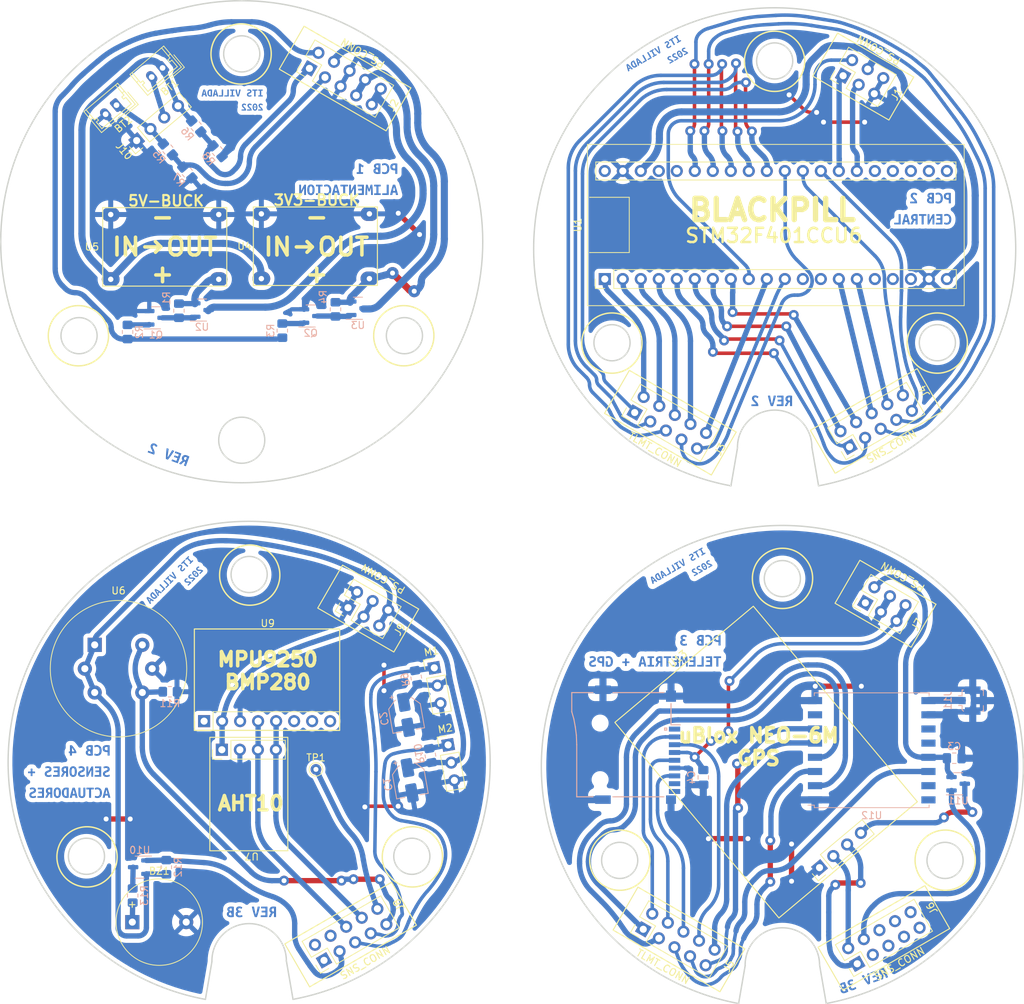
<source format=kicad_pcb>
(kicad_pcb (version 20211014) (generator pcbnew)
  (layers (0 "F.Cu" signal) (31 "B.Cu" signal) (34 "B.Paste" user) (35 "F.Paste" user) (36 "B.SilkS" user "B.Silkscreen") (37 "F.SilkS" user "F.Silkscreen") (38 "B.Mask" user) (39 "F.Mask" user) (44 "Edge.Cuts" user))
  (net 0 "")
  (net 1 "/Placa Alimentacion/BAT1")
  (net 2 "Net-(BT1-Pad2)")
  (net 3 "/Placa Alimentacion/BAT0")
  (net 4 "/Placa Alimentacion/GND")
  (net 5 "Net-(BZ1-Pad1)")
  (net 6 "/Placa Sensores MAIN/GND")
  (net 7 "/Placa Alimentacion/+3V3")
  (net 8 "/Placa Alimentacion/+5V")
  (net 9 "/Placa Telemetria/GND")
  (net 10 "/Placa Telemetria/+3V3")
  (net 11 "/Placa Telemetria/+3V3_SW")
  (net 12 "/Placa Central/VBAT1")
  (net 13 "/Placa Central/S_EN")
  (net 14 "/Placa Central/VBAT0")
  (net 15 "/Placa Central/+3V3")
  (net 16 "/Placa Central/GND")
  (net 17 "/Placa Alimentacion/VBAT1")
  (net 18 "/Placa Alimentacion/M_EN")
  (net 19 "/Placa Alimentacion/VBAT0")
  (net 20 "/Placa Alimentacion/+3V3_SW")
  (net 21 "/Placa Alimentacion/+5V_SW")
  (net 22 "/Placa Central/SCK_LoRa")
  (net 23 "/Placa Central/DAT3_uSD")
  (net 24 "/Placa Central/MISO_LoRa")
  (net 25 "/Placa Central/CLK_uSD")
  (net 26 "/Placa Central/MOSI_LoRa")
  (net 27 "/Placa Central/DAT0_uSD")
  (net 28 "/Placa Central/D0_LoRa")
  (net 29 "/Placa Central/CMD_uSD")
  (net 30 "/Placa Central/RST_LoRa")
  (net 31 "/Placa Central/NSS_LoRa")
  (net 32 "/Placa Central/RX_GPS")
  (net 33 "/Placa Central/TX_GPS")
  (net 34 "/Placa Central/GPS_EN")
  (net 35 "/Placa Central/BZ")
  (net 36 "/Placa Central/SERVO2")
  (net 37 "/Placa Central/SCL")
  (net 38 "/Placa Central/SERVO1")
  (net 39 "/Placa Central/SDA")
  (net 40 "/Placa Central/AQS_MQ")
  (net 41 "/Placa Central/INT_MPU")
  (net 42 "/Placa Telemetria/SKC_LoRa")
  (net 43 "/Placa Telemetria/DAT3_uSD")
  (net 44 "/Placa Telemetria/MISO_LoRa")
  (net 45 "/Placa Telemetria/CLK_uSD")
  (net 46 "/Placa Telemetria/MOSI_LoRa")
  (net 47 "/Placa Telemetria/DAT0_uSD")
  (net 48 "/Placa Telemetria/D0_LoRa")
  (net 49 "/Placa Telemetria/CMD_uSD")
  (net 50 "/Placa Telemetria/RST_LoRa")
  (net 51 "/Placa Telemetria/NSS_LoRa")
  (net 52 "/Placa Telemetria/RX_GPS")
  (net 53 "/Placa Telemetria/TX_GPS")
  (net 54 "/Placa Telemetria/GPS_EN")
  (net 64 "/Placa Sensores MAIN/BZ")
  (net 65 "/Placa Sensores MAIN/SERVO2")
  (net 66 "/Placa Sensores MAIN/SCL")
  (net 67 "/Placa Sensores MAIN/SERVO1")
  (net 68 "/Placa Sensores MAIN/SDA")
  (net 69 "/Placa Sensores MAIN/AQS_MQ")
  (net 70 "/Placa Sensores MAIN/+3V3_SW")
  (net 71 "/Placa Sensores MAIN/+5V_SW")
  (net 72 "Net-(J11-Pad1)")
  (net 73 "Net-(Q1-Pad1)")
  (net 74 "Net-(Q1-Pad3)")
  (net 75 "Net-(Q2-Pad1)")
  (net 76 "Net-(Q2-Pad3)")
  (net 77 "Net-(R13-Pad2)")
  (net 88 "Net-(U11-Pad3)")
  (net 99 "/Placa Sensores MAIN/INT_MPU")
  (footprint "Connector_PinHeader_2.54mm:PinHeader_1x04_P2.54mm_Vertical" (layer "F.Cu") (at 82.108384 40.399446 130)
    (fp_text reference "J10")
    (fp_text value "Conn_01x04_Male")
  )
  (footprint "TestPoint:TestPoint_THTPad_D1.5mm_Drill0.7mm" (layer "F.Cu") (at 107.4 129.1)
    (fp_text reference "TP1")
    (fp_text value "INT_MPU")
  )
  (footprint "mCALCAN_lib:PCB_CONN" (layer "F.Cu") (at 157.4 80.2 -30)
    (fp_text reference "J3")
    (fp_text value "TLMT_CONN")
  )
  (footprint "mCALCAN_lib:PCB_CONN" (layer "F.Cu") (at 112.297278 152.397278 30)
    (fp_text reference "J8")
    (fp_text value "SNS_CONN")
  )
  (footprint "Connector_PinHeader_2.54mm:PinHeader_1x03_P2.54mm_Vertical" (layer "F.Cu") (at 124.09237 114.776292 10)
    (fp_text reference "M1")
    (fp_text value "Motor_Servo")
  )
  (footprint "mCALCAN_lib:PCB_CONN" (layer "F.Cu") (at 187.517852 152.875397 30)
    (fp_text reference "J6")
    (fp_text value "SNS_CONN")
  )
  (footprint "mCALCAN_lib:Mini360_step-down" (layer "F.Cu") (at 107.319352 55.306853)
    (fp_text reference "U4")
    (fp_text value "Mini360")
  )
  (footprint "Connector_PinHeader_2.54mm:PinHeader_1x03_P2.54mm_Vertical" (layer "F.Cu") (at 126.047278 125.647278 10)
    (fp_text reference "M2")
    (fp_text value "Motor_Servo")
  )
  (footprint "Buzzer_Beeper:Buzzer_12x9.5RM7.6" (layer "F.Cu") (at 81.497278 150.647278)
    (fp_text reference "BZ1")
    (fp_text value "Buzzer")
  )
  (footprint "mCALCAN_lib:PCB_CONN" (layer "F.Cu") (at 158.609262 153.091414 -30)
    (fp_text reference "J5")
    (fp_text value "TLMT_CONN")
  )
  (footprint "mCALCAN_lib:GY-91_Breakout" (layer "F.Cu") (at 100.662544 115.498071 90)
    (fp_text reference "U9")
    (fp_text value "GY-91")
  )
  (footprint "mCALCAN_lib:PCB_CONN" (layer "F.Cu") (at 111.5125 31.650001 -30)
    (fp_text reference "J2")
    (fp_text value "PS_CONN")
  )
  (footprint "Connector_Molex:Molex_Micro-Latch_53253-0270_1x02_P2.00mm_Vertical" (layer "F.Cu") (at 79.2625 35.400001 -140)
    (fp_text reference "BT2")
    (fp_text value "Battery_Cell")
  )
  (footprint "mCALCAN_lib:AHT10_Breakout" (layer "F.Cu") (at 97.9 132.5 180)
    (fp_text reference "U7")
    (fp_text value "AHT10_Breakout")
  )
  (footprint "mCALCAN_lib:uBlox-NEO-6M_Breakout" (layer "F.Cu") (at 170.741568 127.879117 40)
    (fp_text reference "U13")
    (fp_text value "uBlox_NEO-6M_Breakout")
  )
  (footprint "mCALCAN_lib:PCB_CONN_S" (layer "F.Cu") (at 115.015369 106.641757 60)
    (fp_text reference "J9")
    (fp_text value "PS_CONN")
  )
  (footprint "mCALCAN_lib:PCB_CONN_S" (layer "F.Cu") (at 187.988763 105.961128 60)
    (fp_text reference "J7")
    (fp_text value "PS_CONN")
  )
  (footprint "mCALCAN_lib:PCB_CONN_S" (layer "F.Cu") (at 184.85 31.6 60)
    (fp_text reference "J1")
    (fp_text value "PS_CONN")
  )
  (footprint "mCALCAN_lib:PCB_CONN" (layer "F.Cu") (at 186.431909 79.955521 30)
    (fp_text reference "J4")
    (fp_text value "SNS_CONN")
  )
  (footprint "Sensor:MQ-6" (layer "F.Cu") (at 76.187278 111.537278)
    (fp_text reference "U6")
    (fp_text value "MQ-135")
  )
  (footprint "mCALCAN_lib:YAAJ_BluePill_2" (layer "F.Cu") (at 148.143704 59.931852 90)
    (fp_text reference "U1")
    (fp_text value "YAAJ_BluePill_Part_Like" hide)
  )
  (footprint "mCALCAN_lib:Mini360_step-down" (layer "F.Cu") (at 86.069352 55.400001)
    (fp_text reference "U5")
    (fp_text value "Mini360")
  )
  (footprint "Connector_Molex:Molex_Micro-Latch_53253-0270_1x02_P2.00mm_Vertical" (layer "F.Cu") (at 85.7625 30.150001 -140)
    (fp_text reference "BT1")
    (fp_text value "Battery_Cell")
  )
  (footprint "Resistor_SMD:R_0805_2012Metric_Pad1.20x1.40mm_HandSolder" (layer "B.Cu") (at 89.2625 44.900001 -50)
    (fp_text reference "R7")
    (fp_text value "330K")
  )
  (footprint "kibuzzard-634739B3" (layer "B.Cu") (at 171.7 77.1 180)
    (fp_text reference "kibuzzard-634739B3" hide)
    (fp_text value "G***" hide)
  )
  (footprint "Resistor_SMD:R_0805_2012Metric_Pad1.20x1.40mm_HandSolder" (layer "B.Cu") (at 110.157709 64.207706 90)
    (fp_text reference "R4")
    (fp_text value "100K")
  )
  (footprint "kibuzzard-6319D247" (layer "B.Cu") (at 158.88302 101.23294 -150)
    (fp_text reference "kibuzzard-6319D247" hide)
    (fp_text value "G***" hide)
  )
  (footprint "mCALCAN_lib:Conn_uSDcard" (layer "B.Cu") (at 147.485943 125.619876 90)
    (fp_text reference "XS1")
    (fp_text value "SD_ebay-uSD-push/push_SMD")
  )
  (footprint "kibuzzard-634739A2" (layer "B.Cu") (at 86.6125 84.650001 160)
    (fp_text reference "kibuzzard-634739A2" hide)
    (fp_text value "G***" hide)
  )
  (footprint "Resistor_SMD:R_0805_2012Metric_Pad1.20x1.40mm_HandSolder" (layer "B.Cu") (at 80.825001 67.400001 90)
    (fp_text reference "R2")
    (fp_text value "15K")
  )
  (footprint "kibuzzard-63173EF4" (layer "B.Cu") (at 193 50 180)
    (fp_text reference "kibuzzard-63173EF4" hide)
    (fp_text value "G***" hide)
  )
  (footprint "Capacitor_SMD:CP_Elec_4x5.3" (layer "B.Cu") (at 120.097278 121.397278 -80)
    (fp_text reference "C2")
    (fp_text value "47uF")
  )
  (footprint "Capacitor_SMD:C_0805_2012Metric_Pad1.18x1.45mm_HandSolder" (layer "B.Cu") (at 197.441568 127.529117 180)
    (fp_text reference "C3")
    (fp_text value "100nF")
  )
  (footprint "Package_TO_SOT_SMD:SOT-23" (layer "B.Cu") (at 106.657707 65.150006)
    (fp_text reference "Q2")
    (fp_text value "BC817")
  )
  (footprint "kibuzzard-63173E9C" (layer "B.Cu") (at 112.0125 45.850001 180)
    (fp_text reference "kibuzzard-63173E9C" hide)
    (fp_text value "G***" hide)
  )
  (footprint "Resistor_SMD:R_0805_2012Metric_Pad1.20x1.40mm_HandSolder" (layer "B.Cu") (at 86.797278 118.147278)
    (fp_text reference "R11")
    (fp_text value "10K")
  )
  (footprint "Resistor_SMD:R_0805_2012Metric_Pad1.20x1.40mm_HandSolder" (layer "B.Cu") (at 102.657711 67.207713 -90)
    (fp_text reference "R3")
    (fp_text value "15K")
  )
  (footprint "kibuzzard-6319D247" (layer "B.Cu") (at 87.411088 103.094383 -135)
    (fp_text reference "kibuzzard-6319D247" hide)
    (fp_text value "G***" hide)
  )
  (footprint "kibuzzard-63447E86" (layer "B.Cu") (at 155.241568 112.379117 180)
    (fp_text reference "kibuzzard-63447E86" hide)
    (fp_text value "G***" hide)
  )
  (footprint "Capacitor_SMD:CP_Elec_4x5.3" (layer "B.Cu") (at 120.623222 130.6428 -80)
    (fp_text reference "C1")
    (fp_text value "47uF")
  )
  (footprint "RF_Module:HOPERF_RFM9XW_SMD" (layer "B.Cu") (at 185.8 126.4)
    (fp_text reference "U12")
    (fp_text value "RFM95W-868S2")
  )
  (footprint "kibuzzard-6319D247" (layer "B.Cu") (at 155.445393 28.934621 -150)
    (fp_text reference "kibuzzard-6319D247" hide)
    (fp_text value "G***" hide)
  )
  (footprint "Resistor_SMD:R_0805_2012Metric_Pad1.20x1.40mm_HandSolder" (layer "B.Cu") (at 88.075 64.400002 -90)
    (fp_text reference "R1")
    (fp_text value "100K")
  )
  (footprint "kibuzzard-63447E72" (layer "B.Cu") (at 184.585943 158.919876 -160)
    (fp_text reference "kibuzzard-63447E72" hide)
    (fp_text value "G***" hide)
  )
  (footprint "Resistor_SMD:R_0805_2012Metric_Pad1.20x1.40mm_HandSolder" (layer "B.Cu") (at 121.547278 116.147278 -80)
    (fp_text reference "R9")
    (fp_text value "10K")
  )
  (footprint "Resistor_SMD:R_0805_2012Metric_Pad1.20x1.40mm_HandSolder" (layer "B.Cu") (at 86.5125 41.650001 -50)
    (fp_text reference "R5")
    (fp_text value "100K")
  )
  (footprint "Connector_Coaxial:U.FL_Molex_MCRF_73412-0110_Vertical" (layer "B.Cu") (at 200.05 119.4 90)
    (fp_text reference "J11")
    (fp_text value "Antenna")
  )
  (footprint "kibuzzard-6344A53A" (layer "B.Cu") (at 72.6 129.4 180)
    (fp_text reference "kibuzzard-6344A53A" hide)
    (fp_text value "G***" hide)
  )
  (footprint "kibuzzard-63447E72" (layer "B.Cu") (at 98.3 149.2 180)
    (fp_text reference "kibuzzard-63447E72" hide)
    (fp_text value "G***" hide)
  )
  (footprint "Package_TO_SOT_SMD:SOT-23" (layer "B.Cu") (at 91.319352 64.306853)
    (fp_text reference "U2")
    (fp_text value "SI2301DS")
  )
  (footprint "Resistor_SMD:R_0805_2012Metric_Pad1.20x1.40mm_HandSolder" (layer "B.Cu") (at 90.5125 38.400001 -50)
    (fp_text reference "R6")
    (fp_text value "100K")
  )
  (footprint "Package_TO_SOT_SMD:SOT-23" (layer "B.Cu") (at 84.824997 65.400001)
    (fp_text reference "Q1")
    (fp_text value "BC817")
  )
  (footprint "Resistor_SMD:R_0805_2012Metric_Pad1.20x1.40mm_HandSolder" (layer "B.Cu") (at 81.547278 146.897278 90)
    (fp_text reference "R13")
    (fp_text value "1K")
  )
  (footprint "kibuzzard-6319D247" (layer "B.Cu") (at 95.584501 34.682102 180)
    (fp_text reference "kibuzzard-6319D247" hide)
    (fp_text value "G***" hide)
  )
  (footprint "Capacitor_SMD:C_0805_2012Metric_Pad1.18x1.45mm_HandSolder" (layer "B.Cu") (at 162.041568 130.229117 -90)
    (fp_text reference "C4")
    (fp_text value "100nF")
  )
  (footprint "Package_TO_SOT_SMD:SOT-23" (layer "B.Cu") (at 113.319352 64.056853)
    (fp_text reference "U3")
    (fp_text value "SI2301DS")
  )
  (footprint "Package_TO_SOT_SMD:SOT-23" (layer "B.Cu") (at 197.991568 131.129117)
    (fp_text reference "U11")
    (fp_text value "SI2301DS")
  )
  (footprint "Resistor_SMD:R_0805_2012Metric_Pad1.20x1.40mm_HandSolder" (layer "B.Cu") (at 123.547278 127.147278 -80)
    (fp_text reference "R10")
    (fp_text value "10K")
  )
  (footprint "Package_TO_SOT_SMD:SOT-23" (layer "B.Cu") (at 82.547278 142.897278 180)
    (fp_text reference "U10")
    (fp_text value "SI2301DS")
  )
  (footprint "Resistor_SMD:R_0805_2012Metric_Pad1.20x1.40mm_HandSolder" (layer "B.Cu") (at 86.297278 142.897278 90)
    (fp_text reference "R12")
    (fp_text value "10K")
  )
  (footprint "Resistor_SMD:R_0805_2012Metric_Pad1.20x1.40mm_HandSolder" (layer "B.Cu") (at 93.5125 41.900001 -50)
    (fp_text reference "R8")
    (fp_text value "68K")
  )
  (gr_line (start 83.2625 55.400001) (end 85.5125 55.400001) (layer "F.SilkS") (width 0.5))
  (gr_line (start 106.8875 55.400001) (end 106.1375 54.650001) (layer "F.SilkS") (width 0.5))
  (gr_line (start 85.5125 55.400001) (end 84.7625 54.650001) (layer "F.SilkS") (width 0.5))
  (gr_line (start 106.8875 55.400001) (end 106.1375 56.150001) (layer "F.SilkS") (width 0.5))
  (gr_circle (center 75.107613 141.444508) (end 79.357613 141.444508) (layer "F.SilkS") (width 0.2) (fill none))
  (gr_circle (center 98.057286 101.694508) (end 102.307286 101.694508) (layer "F.SilkS") (width 0.2) (fill none))
  (gr_circle (center 173.21627 102.159879) (end 177.46627 102.159879) (layer "F.SilkS") (width 0.2) (fill none))
  (gr_line (start 151.6 56.2) (end 146 56.2) (layer "F.SilkS") (width 0.12))
  (gr_circle (center 96.842827 28.180001) (end 101.092827 28.180001) (layer "F.SilkS") (width 0.2) (fill none))
  (gr_line (start 104.6375 55.400001) (end 106.8875 55.400001) (layer "F.SilkS") (width 0.5))
  (gr_circle (center 121.006959 141.444508) (end 125.256959 141.444508) (layer "F.SilkS") (width 0.2) (fill none))
  (gr_circle (center 196.165943 141.909879) (end 200.415943 141.909879) (layer "F.SilkS") (width 0.2) (fill none))
  (gr_circle (center 73.893154 67.930001) (end 78.143154 67.930001) (layer "F.SilkS") (width 0.2) (fill none))
  (gr_line (start 85.5125 55.400001) (end 84.7625 56.150001) (layer "F.SilkS") (width 0.5))
  (gr_line (start 146 48.4) (end 151.6 48.4) (layer "F.SilkS") (width 0.12))
  (gr_circle (center 172.094031 29.215676) (end 176.344031 29.215676) (layer "F.SilkS") (width 0.2) (fill none))
  (gr_circle (center 119.7925 67.930001) (end 124.0425 67.930001) (layer "F.SilkS") (width 0.2) (fill none))
  (gr_circle (center 150.266597 141.909879) (end 154.516597 141.909879) (layer "F.SilkS") (width 0.2) (fill none))
  (gr_line (start 151.6 48.4) (end 151.6 56.2) (layer "F.SilkS") (width 0.12))
  (gr_circle (center 195.043704 68.965676) (end 199.293704 68.965676) (layer "F.SilkS") (width 0.2) (fill none))
  (gr_circle (center 149.144358 68.965676) (end 153.394358 68.965676) (layer "F.SilkS") (width 0.2) (fill none))
  (gr_circle (center 196.14286 141.941414) (end 198.69286 141.941414) (layer "Edge.Cuts") (width 0.2) (fill none))
  (gr_arc (start 167.944188 156.79395) (mid 173.141915 151.441663) (end 178.443187 156.69141) (layer "Edge.Cuts") (width 0.2))
  (gr_arc (start 91.806959 161.544508) (mid 97.964975 94.108892) (end 104.167486 161.54043) (layer "Edge.Cuts") (width 0.2))
  (gr_circle (center 120.925866 141.35889) (end 123.475866 141.35889) (layer "Edge.Cuts") (width 0.2) (fill none))
  (gr_circle (center 173.193187 102.191414) (end 175.743187 102.191414) (layer "Edge.Cuts") (width 0.2) (fill none))
  (gr_arc (start 166.861825 83.769669) (mid 172.059552 78.417386) (end 177.360824 83.667129) (layer "Edge.Cuts") (width 0.2))
  (gr_circle (center 119.880535 67.919267) (end 122.430535 67.919267) (layer "Edge.Cuts") (width 0.2) (fill none))
  (gr_circle (center 96.930862 54.669267) (end 130.930862 54.669267) (layer "Edge.Cuts") (width 0.2) (fill none))
  (gr_line (start 91.806959 161.544508) (end 92.727194 156.211426) (layer "Edge.Cuts") (width 0.2))
  (gr_circle (center 96.930862 82.669267) (end 100.180862 82.669267) (layer "Edge.Cuts") (width 0.2) (fill none))
  (gr_line (start 165.94159 89.102751) (end 166.861825 83.769669) (layer "Edge.Cuts") (width 0.2))
  (gr_line (start 103.226193 156.108886) (end 104.167486 161.54043) (layer "Edge.Cuts") (width 0.2))
  (gr_arc (start 92.727194 156.211426) (mid 97.924921 150.859143) (end 103.226193 156.108886) (layer "Edge.Cuts") (width 0.2))
  (gr_circle (center 96.930862 28.169267) (end 99.480862 28.169267) (layer "Edge.Cuts") (width 0.2) (fill none))
  (gr_circle (center 195.060497 68.917133) (end 197.610497 68.917133) (layer "Edge.Cuts") (width 0.2) (fill none))
  (gr_circle (center 150.243514 141.941414) (end 152.793514 141.941414) (layer "Edge.Cuts") (width 0.2) (fill none))
  (gr_arc (start 165.94159 89.102751) (mid 172.099606 21.667135) (end 178.302117 89.098673) (layer "Edge.Cuts") (width 0.2))
  (gr_line (start 177.360824 83.667129) (end 178.302117 89.098673) (layer "Edge.Cuts") (width 0.2))
  (gr_line (start 178.443187 156.69141) (end 179.38448 162.122954) (layer "Edge.Cuts") (width 0.2))
  (gr_circle (center 75.02652 141.35889) (end 77.57652 141.35889) (layer "Edge.Cuts") (width 0.2) (fill none))
  (gr_circle (center 172.110824 29.167133) (end 174.660824 29.167133) (layer "Edge.Cuts") (width 0.2) (fill none))
  (gr_arc (start 167.023953 162.127032) (mid 173.181969 94.691416) (end 179.38448 162.122954) (layer "Edge.Cuts") (width 0.2))
  (gr_circle (center 149.161151 68.917133) (end 151.711151 68.917133) (layer "Edge.Cuts") (width 0.2) (fill none))
  (gr_line (start 167.023953 162.127032) (end 167.944188 156.79395) (layer "Edge.Cuts") (width 0.2))
  (gr_circle (center 97.976193 101.60889) (end 100.526193 101.60889) (layer "Edge.Cuts") (width 0.2) (fill none))
  (gr_circle (center 73.981189 67.919267) (end 76.531189 67.919267) (layer "Edge.Cuts") (width 0.2) (fill none))
  (gr_text "PS_CONN" (at 190.185943 101.919876 150) (layer "F.SilkS") (effects (font (size 1 1))))
  (gr_text "uBlox NEO-6M\nGPS" (at 169.841568 125.929117) (layer "F.SilkS") (effects (font (size 2 2) (thickness 0.5))))
  (gr_text "PS_CONN" (at 186.8 27.6 150) (layer "F.SilkS") (effects (font (size 1 1))))
  (gr_text "IN" (at 80.6375 55.400001) (layer "F.SilkS") (effects (font (size 2.5 2.5) (thickness 0.5))))
  (gr_text "IN" (at 102.0125 55.400001) (layer "F.SilkS") (effects (font (size 2.5 2.5) (thickness 0.5))))
  (gr_text "PS_CONN" (at 116.897278 102.197278 150) (layer "F.SilkS") (effects (font (size 1 1))))
  (gr_text "5V-BUCK" (at 86.2625 48.900001) (layer "F.SilkS") (effects (font (size 1.5 1.5) (thickness 0.3))))
  (gr_text "BLACKPILL" (at 171.8 50.2) (layer "F.SilkS") (effects (font (size 3 3) (thickness 0.75))))
  (gr_text "AHT10" (at 98.2 133.9) (layer "F.SilkS") (effects (font (size 2 2) (thickness 0.5))))
  (gr_text "OUT" (at 89.8875 55.400001) (layer "F.SilkS") (effects (font (size 2.5 2.5) (thickness 0.5))))
  (gr_text "OUT" (at 111.2625 55.400001) (layer "F.SilkS") (effects (font (size 2.5 2.5) (thickness 0.5))))
  (gr_text "SNS_CONN" (at 189.741568 156.529117 30) (layer "F.SilkS") (effects (font (size 1 1))))
  (gr_text "MPU9250\nBMP280" (at 100.597278 115.197278) (layer "F.SilkS") (effects (font (size 2 2) (thickness 0.5))))
  (gr_text "SNS_CONN" (at 114.352903 156.406519 30) (layer "F.SilkS") (effects (font (size 1 1))))
  (gr_text "-\n\n+" (at 85.7625 55.150001) (layer "F.SilkS") (effects (font (size 2.5 2.5) (thickness 0.5))))
  (gr_text "TLMT_CONN" (at 155.2 84 330) (layer "F.SilkS") (effects (font (size 1 1))))
  (gr_text "STM32F401CCU6" (at 172 53.8) (layer "F.SilkS") (effects (font (size 2 2) (thickness 0.35))))
  (gr_text "SNS_CONN" (at 188.6 83.6 30) (layer "F.SilkS") (effects (font (size 1 1))))
  (gr_text "3V3-BUCK" (at 107.5 48.8) (layer "F.SilkS") (effects (font (size 1.5 1.5) (thickness 0.3))))
  (gr_text "TLMT_CONN" (at 156.341568 156.929117 330) (layer "F.SilkS") (effects (font (size 1 1))))
  (gr_text "-\n\n+" (at 107.5125 55.150001) (layer "F.SilkS") (effects (font (size 2.5 2.5) (thickness 0.5))))
  (segment (start 98.0775 56.465001) (end 98.956606 57.344107) (width 1) (layer "B.Cu") (net 1))
  (segment (start 87.938791 35.444552) (end 89.869712 37.633957) (width 0.75) (layer "B.Cu") (net 1))
  (segment (start 84.055393 29.150001) (end 83.8375 29.150001) (width 1) (layer "B.Cu") (net 1))
  (segment (start 76.066468 35.192978) (end 82.219018 29.762135) (width 1) (layer "B.Cu") (net 1))
  (segment (start 78.449352 59.970001) (end 81.714725 56.530372) (width 1) (layer "B.Cu") (net 1))
  (segment (start 94.299255 54.900001) (end 85.510547 54.900001) (width 1) (layer "B.Cu") (net 1))
  (segment (start 86.031327 30.804013) (end 87.938791 35.444552) (width 0.75) (layer "B.Cu") (net 1))
  (segment (start 75.957877 57.396855) (end 78.449352 59.970001) (width 1) (layer "B.Cu") (net 1))
  (segment (start 74.3875 53.517458) (end 74.3875 38.914493) (width 1) (layer "B.Cu") (net 1))
  (segment (start 99.6425 59.000001) (end 99.6425 59.970001) (width 1) (layer "B.Cu") (net 1))
  (arc (start 83.8375 29.150001) (mid 82.972313 29.308147) (end 82.219018 29.762135) (width 1) (layer "B.Cu") (net 1))
  (arc (start 85.510547 54.900001) (mid 83.444973 55.324835) (end 81.714725 56.530372) (width 1) (layer "B.Cu") (net 1))
  (arc (start 98.0775 56.465001) (mid 96.344026 55.306731) (end 94.299255 54.900001) (width 1) (layer "B.Cu") (net 1))
  (arc (start 74.3875 53.517458) (mid 74.79498 55.610052) (end 75.957877 57.396855) (width 1) (layer "B.Cu") (net 1))
  (arc (start 85.2625 29.650001) (mid 84.708674 29.279946) (end 84.055393 29.150001) (width 1) (layer "B.Cu") (net 1))
  (arc (start 85.2625 29.650001) (mid 85.704138 30.188882) (end 86.031327 30.804013) (width 1) (layer "B.Cu") (net 1))
  (arc (start 76.066468 35.192978) (mid 74.826669 36.873132) (end 74.3875 38.914493) (width 1) (layer "B.Cu") (net 1))
  (arc (start 98.956606 57.344107) (mid 99.464241 58.103837) (end 99.6425 59.000001) (width 1) (layer "B.Cu") (net 1))
  (segment (start 85.993038 37.077233) (end 84.230411 31.435576) (width 0.75) (layer "B.Cu") (net 2))
  (segment (start 84.047285 38.709913) (end 85.869712 40.883957) (width 0.75) (layer "B.Cu") (net 3))
  (segment (start 84.047285 38.709913) (end 79.2625 35.400001) (width 0.75) (layer "B.Cu") (net 3))
  (segment (start 119.0125 50.650001) (end 122.0125 53.650001) (width 0.75) (layer "F.Cu") (net 4))
  (via (at 119.0125 50.650001) (size 1.7) (drill 0.7) (layers "F.Cu" "B.Cu") (net 4))
  (via (at 122.0125 53.650001) (size 1.7) (drill 0.7) (layers "F.Cu" "B.Cu") (net 4))
  (segment (start 94.155288 42.666045) (end 95.6125 40.650001) (width 1) (layer "B.Cu") (net 4))
  (segment (start 105.720207 64.200006) (end 106.4125 62.250001) (width 0.75) (layer "B.Cu") (net 4))
  (segment (start 81.547278 147.897278) (end 81.497278 150.647278) (width 0.75) (layer "B.Cu") (net 5))
  (segment (start 116.997278 114.397278) (end 116.997278 117.997278) (width 0.5) (layer "F.Cu") (net 6))
  (segment (start 114.3 134.4) (end 114.351361 134.348639) (width 0.5) (layer "F.Cu") (net 6))
  (segment (start 81.2 136.1) (end 77.8 136.1) (width 0.75) (layer "F.Cu") (net 6))
  (segment (start 118.997278 134.297278) (end 114.475357 134.297278) (width 0.5) (layer "F.Cu") (net 6))
  (via (at 81.2 136.1) (size 1.4) (drill 0.7) (layers "F.Cu" "B.Cu") (net 6))
  (via (at 77.8 136.1) (size 1.4) (drill 0.7) (layers "F.Cu" "B.Cu") (net 6))
  (via (at 116.997278 114.397278) (size 1.4) (drill 0.7) (layers "F.Cu" "B.Cu") (net 6))
  (via (at 118.997278 134.297278) (size 1.4) (drill 0.7) (layers "F.Cu" "B.Cu") (net 6))
  (via (at 116.997278 117.997278) (size 1.4) (drill 0.7) (layers "F.Cu" "B.Cu") (net 6))
  (via (at 114.3 134.4) (size 1.4) (drill 0.7) (layers "F.Cu" "B.Cu") (net 6))
  (arc (start 114.475357 134.297278) (mid 114.40825 134.310626) (end 114.351361 134.348639) (width 0.5) (layer "F.Cu") (net 6))
  (segment (start 111.927197 106.290629) (end 113.197197 104.090924) (width 0.75) (layer "B.Cu") (net 6))
  (segment (start 121.0125 61.650001) (end 121.2625 61.650001) (width 1) (layer "F.Cu") (net 7))
  (segment (start 118.204705 59.092206) (end 120.585723 61.473224) (width 1) (layer "F.Cu") (net 7))
  (via (at 118.204705 59.092206) (size 1.7) (drill 0.7) (layers "F.Cu" "B.Cu") (net 7))
  (via (at 121.2625 61.650001) (size 1.7) (drill 0.7) (layers "F.Cu" "B.Cu") (net 7))
  (arc (start 120.585723 61.473224) (mid 120.78153 61.604058) (end 121.0125 61.650001) (width 1) (layer "F.Cu") (net 7))
  (segment (start 112.207059 63.207706) (end 110.157709 63.207706) (width 0.75) (layer "B.Cu") (net 7))
  (segment (start 122.2625 60.335661) (end 122.2625 60.36967) (width 1) (layer "B.Cu") (net 7))
  (segment (start 122.661548 59.372272) (end 123.918707 58.115113) (width 1) (layer "B.Cu") (net 7))
  (segment (start 109.945295 29.125842) (end 109.945295 29.284479) (width 1) (layer "B.Cu") (net 7))
  (segment (start 112.420929 62.431571) (end 114.8825 59.970001) (width 1) (layer "B.Cu") (net 7))
  (segment (start 112.620681 27.400001) (end 113.3875 27.400001) (width 1) (layer "B.Cu") (net 7))
  (segment (start 125.5125 46.153964) (end 125.5125 54.267357) (width 1) (layer "B.Cu") (net 7))
  (segment (start 121.7625 36.585855) (end 121.7625 37.896037) (width 1) (layer "B.Cu") (net 7))
  (segment (start 112.220213 63.194552) (end 112.220213 62.916144) (width 1) (layer "B.Cu") (net 7))
  (segment (start 123.918707 42.306208) (end 123.356292 41.743793) (width 1) (layer "B.Cu") (net 7))
  (segment (start 117.413617 29.243815) (end 116.686106 28.620234) (width 1) (layer "B.Cu") (net 7))
  (segment (start 119.8875 31.775) (end 120.261572 32.2322) (width 1) (layer "B.Cu") (net 7))
  (segment (start 118.204705 59.092206) (end 114.8825 59.970001) (width 1) (layer "B.Cu") (net 7))
  (segment (start 121.600888 61.561612) (end 121.8875 61.275001) (width 1) (layer "B.Cu") (net 7))
  (segment (start 110.057467 28.855032) (end 110.728897 28.183603) (width 1) (layer "B.Cu") (net 7))
  (segment (start 121.3875 61.650001) (end 121.2625 61.650001) (width 1) (layer "B.Cu") (net 7))
  (arc (start 112.420929 62.431571) (mid 112.272377 62.653895) (end 112.220213 62.916144) (width 1) (layer "B.Cu") (net 7))
  (arc (start 117.413617 29.243815) (mid 118.70642 30.45481) (end 119.8875 31.775) (width 1) (layer "B.Cu") (net 7))
  (arc (start 123.918707 42.306208) (mid 125.098286 44.071573) (end 125.5125 46.153964) (width 1) (layer "B.Cu") (net 7))
  (arc (start 121.600888 61.561612) (mid 121.502984 61.627029) (end 121.3875 61.650001) (width 1) (layer "B.Cu") (net 7))
  (arc (start 121.7625 37.896037) (mid 122.176713 39.978427) (end 123.356292 41.743793) (width 1) (layer "B.Cu") (net 7))
  (arc (start 112.21636 63.203853) (mid 112.212092 63.206704) (end 112.207059 63.207706) (width 0.75) (layer "B.Cu") (net 7))
  (arc (start 112.620681 27.400001) (mid 111.596855 27.603652) (end 110.728897 28.183603) (width 1) (layer "B.Cu") (net 7))
  (arc (start 122.661548 59.372272) (mid 122.366209 59.814278) (end 122.2625 60.335661) (width 1) (layer "B.Cu") (net 7))
  (arc (start 122.2625 60.36967) (mid 122.16504 60.859631) (end 121.8875 61.275001) (width 1) (layer "B.Cu") (net 7))
  (arc (start 125.5125 54.267357) (mid 125.098286 56.349747) (end 123.918707 58.115113) (width 1) (layer "B.Cu") (net 7))
  (arc (start 120.261572 32.2322) (mid 120.917735 33.202232) (end 121.3875 34.275001) (width 1) (layer "B.Cu") (net 7))
  (arc (start 110.057467 28.855032) (mid 109.974447 28.979281) (end 109.945295 29.125842) (width 1) (layer "B.Cu") (net 7))
  (arc (start 112.220213 63.194552) (mid 112.219211 63.199585) (end 112.21636 63.203853) (width 1) (layer "B.Cu") (net 7))
  (arc (start 116.686106 28.620234) (mid 115.146034 27.714837) (end 113.3875 27.400001) (width 1) (layer "B.Cu") (net 7))
  (arc (start 121.3875 34.275001) (mid 121.66814 35.415313) (end 121.7625 36.585855) (width 1) (layer "B.Cu") (net 7))
  (segment (start 90.325 62.76875) (end 90.325 63.414646) (width 1) (layer "B.Cu") (net 8))
  (segment (start 93.0375 59.970001) (end 93.6325 59.970001) (width 1) (layer "B.Cu") (net 8))
  (segment (start 92.021771 60.390729) (end 90.806716 61.605784) (width 1) (layer "B.Cu") (net 8))
  (segment (start 90.239648 63.400002) (end 88.075 63.400002) (width 0.75) (layer "B.Cu") (net 8))
  (arc (start 90.300001 63.425001) (mid 90.315959 63.428175) (end 90.325 63.414646) (width 0.75) (layer "B.Cu") (net 8))
  (arc (start 90.806716 61.605784) (mid 90.450193 62.139357) (end 90.325 62.76875) (width 1) (layer "B.Cu") (net 8))
  (arc (start 90.300001 63.425001) (mid 90.27231 63.406499) (end 90.239648 63.400002) (width 0.75) (layer "B.Cu") (net 8))
  (arc (start 93.0375 59.970001) (mid 92.487791 60.079344) (end 92.021771 60.390729) (width 1) (layer "B.Cu") (net 8))
  (segment (start 174.491568 144.879117) (end 174.491568 139.629117) (width 0.75) (layer "F.Cu") (net 9))
  (segment (start 184.335943 117.369876) (end 177.835943 117.369876) (width 0.75) (layer "F.Cu") (net 9))
  (segment (start 168.335943 138.869876) (end 162.777698 138.869876) (width 0.75) (layer "F.Cu") (net 9))
  (segment (start 162.761923 138.879117) (end 162.766543 138.874496) (width 0.75) (layer "F.Cu") (net 9))
  (via (at 184.335943 117.369876) (size 1.4) (drill 0.7) (layers "F.Cu" "B.Cu") (net 9))
  (via (at 177.835943 117.369876) (size 1.4) (drill 0.7) (layers "F.Cu" "B.Cu") (net 9))
  (via (at 174.491568 139.629117) (size 1.4) (drill 0.7) (layers "F.Cu" "B.Cu") (net 9))
  (via (at 168.335943 138.869876) (size 1.4) (drill 0.7) (layers "F.Cu" "B.Cu") (net 9))
  (via (at 162.761923 138.879117) (size 1.4) (drill 0.7) (layers "F.Cu" "B.Cu") (net 9))
  (via (at 174.491568 144.879117) (size 1.4) (drill 0.7) (layers "F.Cu" "B.Cu") (net 9))
  (arc (start 162.777698 138.869876) (mid 162.771661 138.871076) (end 162.766543 138.874496) (width 0.75) (layer "F.Cu") (net 9))
  (segment (start 159.384371 128.919876) (end 157.985943 128.919876) (width 0.5) (layer "B.Cu") (net 9))
  (segment (start 159.636947 129.024496) (end 159.741568 129.129117) (width 0.5) (layer "B.Cu") (net 9))
  (arc (start 159.636947 129.024496) (mid 159.521064 128.947065) (end 159.384371 128.919876) (width 0.5) (layer "B.Cu") (net 9))
  (segment (start 191.464344 103.476121) (end 189.400957 102.215162) (width 0.75) (layer "B.Cu") (net 10))
  (segment (start 197.054068 130.060367) (end 197.054068 130.179117) (width 0.75) (layer "B.Cu") (net 10))
  (segment (start 193.335943 106.813287) (end 193.335943 107.675332) (width 0.75) (layer "B.Cu") (net 10))
  (segment (start 187.067198 102.588098) (end 186.303883 103.351414) (width 0.75) (layer "B.Cu") (net 10))
  (segment (start 190.585943 125.235992) (end 190.585943 114.314419) (width 0.75) (layer "B.Cu") (net 10))
  (segment (start 196.764534 129.652083) (end 196.970099 129.857648) (width 0.75) (layer "B.Cu") (net 10))
  (segment (start 192.719826 127.369876) (end 193.835943 127.369876) (width 0.75) (layer "B.Cu") (net 10))
  (segment (start 196.475 127.4) (end 193.8 127.4) (width 0.75) (layer "B.Cu") (net 10))
  (segment (start 196.475 128.953086) (end 196.475 127.4) (width 0.75) (layer "B.Cu") (net 10))
  (arc (start 191.464344 103.476121) (mid 192.836102 104.900203) (end 193.335943 106.813287) (width 0.75) (layer "B.Cu") (net 10))
  (arc (start 188.185682 101.994876) (mid 187.581954 102.207611) (end 187.067198 102.588098) (width 0.75) (layer "B.Cu") (net 10))
  (arc (start 193.335943 107.675332) (mid 192.978592 109.471856) (end 191.960943 110.994876) (width 0.75) (layer "B.Cu") (net 10))
  (arc (start 196.475 128.953086) (mid 196.550247 129.33138) (end 196.764534 129.652083) (width 0.75) (layer "B.Cu") (net 10))
  (arc (start 196.970099 129.857648) (mid 197.032245 129.950656) (end 197.054068 130.060367) (width 0.75) (layer "B.Cu") (net 10))
  (arc (start 191.210943 126.744876) (mid 191.903224 127.207443) (end 192.719826 127.369876) (width 0.75) (layer "B.Cu") (net 10))
  (arc (start 190.585943 125.235992) (mid 190.748375 126.052594) (end 191.210943 126.744876) (width 0.75) (layer "B.Cu") (net 10))
  (arc (start 191.960943 110.994876) (mid 190.943293 112.517895) (end 190.585943 114.314419) (width 0.75) (layer "B.Cu") (net 10))
  (arc (start 189.400957 102.215162) (mid 188.813888 101.991547) (end 188.185682 101.994876) (width 0.75) (layer "B.Cu") (net 10))
  (segment (start 165.585943 123.694376) (end 165.585943 116.894785) (width 0.5) (layer "F.Cu") (net 11))
  (segment (start 160.835943 127.369876) (end 163.110895 125.094924) (width 0.5) (layer "F.Cu") (net 11))
  (segment (start 165.663755 116.706929) (end 165.741568 116.629117) (width 0.5) (layer "F.Cu") (net 11))
  (via (at 165.585943 123.694376) (size 1.4) (drill 0.7) (layers "F.Cu" "B.Cu") (net 11))
  (via (at 160.835943 127.369876) (size 1.4) (drill 0.7) (layers "F.Cu" "B.Cu") (net 11))
  (via (at 163.110895 125.094924) (size 1.4) (drill 0.7) (layers "F.Cu" "B.Cu") (net 11))
  (via (at 165.741568 116.629117) (size 1.4) (drill 0.7) (layers "F.Cu" "B.Cu") (net 11))
  (arc (start 165.663755 116.706929) (mid 165.606165 116.793118) (end 165.585943 116.894785) (width 0.5) (layer "F.Cu") (net 11))
  (segment (start 169.407016 112.963668) (end 165.741568 116.629117) (width 0.5) (layer "B.Cu") (net 11))
  (segment (start 173.254772 111.369876) (end 183.900571 111.369876) (width 0.5) (layer "B.Cu") (net 11))
  (segment (start 160.835943 127.369876) (end 162.05 129.1125) (width 0.75) (layer "B.Cu") (net 11))
  (segment (start 160.835943 127.369876) (end 160.510943 127.044876) (width 0.5) (layer "B.Cu") (net 11))
  (segment (start 187.748327 109.776083) (end 189.433292 108.091119) (width 0.5) (layer "B.Cu") (net 11))
  (segment (start 189.433292 108.091119) (end 190.703292 105.891414) (width 1) (layer "B.Cu") (net 11))
  (segment (start 159.726323 126.719876) (end 157.985943 126.719876) (width 0.5) (layer "B.Cu") (net 11))
  (segment (start 165.585943 123.694376) (end 164.565288 124.71503) (width 0.5) (layer "B.Cu") (net 11))
  (segment (start 163.648145 125.094924) (end 163.110895 125.094924) (width 0.5) (layer "B.Cu") (net 11))
  (arc (start 164.565288 124.71503) (mid 164.144499 124.996192) (end 163.648145 125.094924) (width 0.5) (layer "B.Cu") (net 11))
  (arc (start 160.510943 127.044876) (mid 160.150956 126.80434) (end 159.726323 126.719876) (width 0.5) (layer "B.Cu") (net 11))
  (arc (start 187.748327 109.776083) (mid 185.982961 110.955662) (end 183.900571 111.369876) (width 0.5) (layer "B.Cu") (net 11))
  (arc (start 173.254772 111.369876) (mid 171.172381 111.784089) (end 169.407016 112.963668) (width 0.5) (layer "B.Cu") (net 11))
  (segment (start 181.213704 42.973394) (end 181.213704 44.73) (width 0.75) (layer "B.Cu") (net 12))
  (segment (start 181.2 42.940309) (end 181.2 32.207972) (width 0.75) (layer "B.Cu") (net 12))
  (segment (start 181.480914 31.529786) (end 181.761828 31.248872) (width 0.75) (layer "B.Cu") (net 12))
  (arc (start 181.480914 31.529786) (mid 181.273007 31.84094) (end 181.2 32.207972) (width 0.75) (layer "B.Cu") (net 12))
  (arc (start 181.206852 42.956852) (mid 181.211923 42.964441) (end 181.213704 42.973394) (width 0.5) (layer "B.Cu") (net 12))
  (arc (start 181.2 42.940309) (mid 181.20178 42.949262) (end 181.206852 42.956852) (width 0.75) (layer "B.Cu") (net 12))
  (segment (start 176.299999 36.099999) (end 176.315075 36.084924) (width 0.5) (layer "B.Cu") (net 13))
  (segment (start 158.693792 48.693792) (end 167.998825 57.998825) (width 0.5) (layer "B.Cu") (net 13))
  (segment (start 177.8 31.355183) (end 177.8 32.5) (width 0.5) (layer "B.Cu") (net 13))
  (segment (start 168.513704 59.241852) (end 168.513704 59.97) (width 0.5) (layer "B.Cu") (net 13))
  (segment (start 157.1 39.477817) (end 157.1 44.846036) (width 0.5) (layer "B.Cu") (net 13))
  (segment (start 172.678679 37.6) (end 158.977817 37.6) (width 0.5) (layer "B.Cu") (net 13))
  (segment (start 180.106016 29.049167) (end 183.031828 29.049167) (width 0.5) (layer "B.Cu") (net 13))
  (arc (start 158.977817 37.6) (mid 158.259207 37.74294) (end 157.65 38.15) (width 0.5) (layer "B.Cu") (net 13))
  (arc (start 157.65 38.15) (mid 157.24294 38.759207) (end 157.1 39.477817) (width 0.5) (layer "B.Cu") (net 13))
  (arc (start 176.299999 36.099999) (mid 174.638523 37.210162) (end 172.678679 37.6) (width 0.5) (layer "B.Cu") (net 13))
  (arc (start 157.1 44.846036) (mid 157.514213 46.928426) (end 158.693792 48.693792) (width 0.5) (layer "B.Cu") (net 13))
  (arc (start 180.106016 29.049167) (mid 179.223541 29.224701) (end 178.475416 29.724583) (width 0.5) (layer "B.Cu") (net 13))
  (arc (start 167.998825 57.998825) (mid 168.379891 58.56913) (end 168.513704 59.241852) (width 0.5) (layer "B.Cu") (net 13))
  (arc (start 178.475416 29.724583) (mid 177.975534 30.472708) (end 177.8 31.355183) (width 0.5) (layer "B.Cu") (net 13))
  (arc (start 177.8 32.5) (mid 177.41408 34.440146) (end 176.315075 36.084924) (width 0.5) (layer "B.Cu") (net 13))
  (segment (start 183.530517 32.949886) (end 183.961532 32.518872) (width 0.75) (layer "B.Cu") (net 14))
  (segment (start 183.099503 33.990447) (end 183.099503 41.129505) (width 0.75) (layer "B.Cu") (net 14))
  (segment (start 183.753704 42.708885) (end 183.753704 44.73) (width 0.75) (layer "B.Cu") (net 14))
  (arc (start 183.530517 32.949886) (mid 183.211519 33.427299) (end 183.099503 33.990447) (width 0.75) (layer "B.Cu") (net 14))
  (arc (start 183.426603 41.919195) (mid 183.668693 42.281508) (end 183.753704 42.708885) (width 0.75) (layer "B.Cu") (net 14))
  (arc (start 183.099503 41.129505) (mid 183.184513 41.556882) (end 183.426603 41.919195) (width 0.75) (layer "B.Cu") (net 14))
  (segment (start 178.877945 27.554288) (end 177.444661 28.987575) (width 1) (layer "B.Cu") (net 15))
  (segment (start 183.906803 27.3178) (end 183.8 27.3) (width 1) (layer "B.Cu") (net 15))
  (segment (start 172.678681 36.35) (end 158.977819 36.35) (width 1) (layer "B.Cu") (net 15))
  (segment (start 200.4 48.152417) (end 200.4 54.727207) (width 1) (layer "B.Cu") (net 15))
  (segment (start 155.85 40.147663) (end 155.85 39.477819) (width 1) (layer "B.Cu") (net 15))
  (segment (start 198.6 57.836852) (end 198.6 57.825) (width 1) (layer "B.Cu") (net 15))
  (segment (start 188.814786 30.171701) (end 187.988215 29.720844) (width 1) (layer "B.Cu") (net 15))
  (segment (start 199.999999 45.1) (end 199.888075 44.680283) (width 1) (layer "B.Cu") (net 15))
  (segment (start 185.930292 29.215993) (end 185.231532 30.319167) (width 1) (layer "B.Cu") (net 15))
  (segment (start 176.55 31.147479) (end 176.55 32.478681) (width 1) (layer "B.Cu") (net 15))
  (segment (start 185.62183 28.268437) (end 185.734722 28.340278) (width 1) (layer "B.Cu") (net 15))
  (segment (start 198.564406 57.859297) (end 196.453704 59.97) (width 1) (layer "B.Cu") (net 15))
  (segment (start 186.804166 29.020833) (end 186.834722 29.040278) (width 1) (layer "B.Cu") (net 15))
  (segment (start 197.80943 40.80943) (end 190.824264 33.824264) (width 1) (layer "B.Cu") (net 15))
  (segment (start 183.8 27.3) (end 183.25597 27.209329) (width 1) (layer "B.Cu") (net 15))
  (segment (start 199.499999 56.899999) (end 198.617677 57.782322) (width 1) (layer "B.Cu") (net 15))
  (segment (start 185.734722 28.340278) (end 186.804166 29.020833) (width 1) (layer "B.Cu") (net 15))
  (segment (start 154.561852 43.257528) (end 153.273704 44.545676) (width 1) (layer "B.Cu") (net 15))
  (segment (start 189.999999 31.4) (end 190.131671 31.663343) (width 1) (layer "B.Cu") (net 15))
  (segment (start 181.780663 27.070969) (end 183.143487 27.194863) (width 1) (layer "B.Cu") (net 15))
  (arc (start 190.131671 31.663343) (mid 190.332008 32.21605) (end 190.4 32.8) (width 1) (layer "B.Cu") (net 15))
  (arc (start 177.444661 28.987575) (mid 176.782515 29.978548) (end 176.55 31.147479) (width 1) (layer "B.Cu") (net 15))
  (arc (start 181.780663 27.070969) (mid 180.999194 27.017751) (end 180.216117 27) (width 1) (layer "B.Cu") (net 15))
  (arc (start 183.906803 27.3178) (mid 184.376364 27.455236) (end 184.8 27.7) (width 1) (layer "B.Cu") (net 15))
  (arc (start 190.4 32.8) (mid 190.510262 33.354327) (end 190.824264 33.824264) (width 1) (layer "B.Cu") (net 15))
  (arc (start 176.55 32.478681) (mid 176.255313 33.96017) (end 175.416117 35.216117) (width 1) (layer "B.Cu") (net 15))
  (arc (start 175.416117 35.216117) (mid 174.16017 36.055313) (end 172.678681 36.35) (width 1) (layer "B.Cu") (net 15))
  (arc (start 198.617677 57.782322) (mid 198.604594 57.801902) (end 198.6 57.825) (width 1) (layer "B.Cu") (net 15))
  (arc (start 188.814786 30.171701) (mid 189.501438 30.695104) (end 189.999999 31.4) (width 1) (layer "B.Cu") (net 15))
  (arc (start 200.4 54.727207) (mid 200.166097 55.903113) (end 199.499999 56.899999) (width 1) (layer "B.Cu") (net 15))
  (arc (start 180.216117 27) (mid 179.491903 27.144054) (end 178.877945 27.554288) (width 1) (layer "B.Cu") (net 15))
  (arc (start 199.999999 45.1) (mid 200.299574 46.61316) (end 200.4 48.152417) (width 1) (layer "B.Cu") (net 15))
  (arc (start 198.586852 57.85) (mid 198.574704 57.852416) (end 198.564406 57.859297) (width 1) (layer "B.Cu") (net 15))
  (arc (start 186.834722 29.040278) (mid 187.405735 29.390277) (end 187.988215 29.720844) (width 1) (layer "B.Cu") (net 15))
  (arc (start 184.8 27.7) (mid 185.205459 27.992106) (end 185.62183 28.268437) (width 1) (layer "B.Cu") (net 15))
  (arc (start 186.804166 29.020833) (mid 186.32675 28.937158) (end 185.930292 29.215993) (width 1) (layer "B.Cu") (net 15))
  (arc (start 198.6 57.836852) (mid 198.596149 57.846149) (end 198.586852 57.85) (width 1) (layer "B.Cu") (net 15))
  (arc (start 199.1 42.6) (mid 199.546881 43.620122) (end 199.888075 44.680283) (width 1) (layer "B.Cu") (net 15))
  (arc (start 155.85 40.147663) (mid 155.515221 41.830709) (end 154.561852 43.257528) (width 1) (layer "B.Cu") (net 15))
  (arc (start 185.930292 29.215993) (mid 186.013603 28.737691) (end 185.734722 28.340278) (width 1) (layer "B.Cu") (net 15))
  (arc (start 183.143487 27.194863) (mid 183.199863 27.201049) (end 183.25597 27.209329) (width 1) (layer "B.Cu") (net 15))
  (arc (start 156.766117 37.266117) (mid 156.088091 38.280854) (end 155.85 39.477819) (width 1) (layer "B.Cu") (net 15))
  (arc (start 197.80943 40.80943) (mid 198.526885 41.652697) (end 199.1 42.6) (width 1) (layer "B.Cu") (net 15))
  (arc (start 158.977819 36.35) (mid 157.780854 36.588091) (end 156.766117 37.266117) (width 1) (layer "B.Cu") (net 15))
  (segment (start 179 37.8) (end 184.8 37.8) (width 0.5) (layer "F.Cu") (net 16))
  (segment (start 174.15 33.95) (end 174.153139 33.95) (width 0.5) (layer "F.Cu") (net 16))
  (segment (start 177.324952 36.424952) (end 178.024952 36.424952) (width 0.5) (layer "F.Cu") (net 16))
  (segment (start 174.153139 33.95) (end 176.22547 36.022331) (width 0.5) (layer "F.Cu") (net 16))
  (via (at 184.8 37.8) (size 1.4) (drill 0.7) (layers "F.Cu" "B.Cu") (net 16))
  (via (at 174.15 33.95) (size 1.4) (drill 0.7) (layers "F.Cu" "B.Cu") (net 16))
  (via (at 179 37.8) (size 1.4) (drill 0.7) (layers "F.Cu" "B.Cu") (net 16))
  (via (at 178.024952 36.424952) (size 1.4) (drill 0.7) (layers "F.Cu" "B.Cu") (net 16))
  (arc (start 176.22547 36.022331) (mid 176.740032 36.320498) (end 177.324952 36.424952) (width 0.5) (layer "F.Cu") (net 16))
  (segment (start 178.024952 36.624952) (end 178.024952 36.424952) (width 0.5) (layer "B.Cu") (net 16))
  (segment (start 178.166373 36.966373) (end 179 37.8) (width 0.5) (layer "B.Cu") (net 16))
  (arc (start 178.024952 36.624952) (mid 178.061706 36.809727) (end 178.166373 36.966373) (width 0.5) (layer "B.Cu") (net 16))
  (segment (start 96.048042 44.364457) (end 95.654441 44.758059) (width 0.75) (layer "B.Cu") (net 17))
  (segment (start 91.920688 42.400867) (end 91.9125 42.450001) (width 0.75) (layer "B.Cu") (net 17))
  (segment (start 93.520558 44.758059) (end 92.242616 43.480117) (width 0.75) (layer "B.Cu") (net 17))
  (segment (start 92.869712 41.133957) (end 91.155288 39.166045) (width 0.75) (layer "B.Cu") (net 17))
  (segment (start 97.476956 40.914755) (end 103.601131 34.79058) (width 0.75) (layer "B.Cu") (net 17))
  (segment (start 92.441106 41.491979) (end 92.869712 41.133957) (width 0.75) (layer "B.Cu") (net 17))
  (segment (start 106.461953 30.214184) (end 106.47559 30.214184) (width 0.75) (layer "B.Cu") (net 17))
  (segment (start 104.823868 31.838632) (end 106.438674 30.223826) (width 0.75) (layer "B.Cu") (net 17))
  (arc (start 91.9125 42.450001) (mid 91.952804 43.005038) (end 92.242616 43.480117) (width 0.75) (layer "B.Cu") (net 17))
  (arc (start 104.823868 31.838632) (mid 104.371389 32.515814) (end 104.2125 33.314606) (width 0.75) (layer "B.Cu") (net 17))
  (arc (start 97.476956 40.914755) (mid 96.948181 41.706123) (end 96.7625 42.639606) (width 0.75) (layer "B.Cu") (net 17))
  (arc (start 104.2125 33.314606) (mid 104.05361 34.113397) (end 103.601131 34.79058) (width 0.75) (layer "B.Cu") (net 17))
  (arc (start 95.654441 44.758059) (mid 95.164924 45.085144) (end 94.5875 45.200001) (width 0.75) (layer "B.Cu") (net 17))
  (arc (start 92.441106 41.491979) (mid 92.099405 41.899762) (end 91.920688 42.400867) (width 0.75) (layer "B.Cu") (net 17))
  (arc (start 96.7625 42.639606) (mid 96.576818 43.573088) (end 96.048042 44.364457) (width 0.75) (layer "B.Cu") (net 17))
  (arc (start 93.520558 44.758059) (mid 94.010075 45.085144) (end 94.5875 45.200001) (width 0.75) (layer "B.Cu") (net 17))
  (arc (start 106.461953 30.214184) (mid 106.449354 30.216689) (end 106.438674 30.223826) (width 0.75) (layer "B.Cu") (net 17))
  (segment (start 79.04846 67.935961) (end 78.954441 67.841942) (width 0.75) (layer "B.Cu") (net 18))
  (segment (start 80.16875 68.400001) (end 80.825001 68.400001) (width 0.75) (layer "B.Cu") (net 18))
  (segment (start 87.620442 24.820294) (end 87.119297 24.891887) (width 0.75) (layer "B.Cu") (net 18))
  (segment (start 102.206292 25.243793) (end 103.998127 27.035628) (width 0.75) (layer "B.Cu") (net 18))
  (segment (start 102.465423 68.400001) (end 102.657711 68.207713) (width 0.75) (layer "B.Cu") (net 18))
  (segment (start 106.361284 28.01448) (end 107.74559 28.01448) (width 0.75) (layer "B.Cu") (net 18))
  (segment (start 81.145582 26.435297) (end 81.1125 26.450001) (width 0.75) (layer "B.Cu") (net 18))
  (segment (start 71.760579 33.901921) (end 71.5125 34.150001) (width 0.75) (layer "B.Cu") (net 18))
  (segment (start 70.6125 58.435787) (end 70.6125 36.322793) (width 0.75) (layer "B.Cu") (net 18))
  (segment (start 78.070558 65.708059) (end 74.778185 62.415686) (width 0.75) (layer "B.Cu") (net 18))
  (segment (start 77.049921 28.852149) (end 76.646036 29.18872) (width 0.75) (layer "B.Cu") (net 18))
  (segment (start 71.6125 60.850001) (end 72.046814 61.284315) (width 0.75) (layer "B.Cu") (net 18))
  (segment (start 98.358536 23.650001) (end 95.468521 23.650001) (width 0.75) (layer "B.Cu") (net 18))
  (segment (start 80.825001 68.400001) (end 101.82021 68.400001) (width 0.75) (layer "B.Cu") (net 18))
  (segment (start 92.612499 24.05) (end 92.370328 24.119192) (width 0.75) (layer "B.Cu") (net 18))
  (segment (start 79.112499 27.45) (end 79.347873 27.321615) (width 0.75) (layer "B.Cu") (net 18))
  (segment (start 74.297783 31.233245) (end 74.6125 30.950001) (width 0.75) (layer "B.Cu") (net 18))
  (segment (start 84.74588 25.280295) (end 84.9125 25.250001) (width 0.75) (layer "B.Cu") (net 18))
  (arc (start 72.046814 61.284315) (mid 72.673396 61.702983) (end 73.4125 61.850001) (width 0.75) (layer "B.Cu") (net 18))
  (arc (start 78.070558 65.708059) (mid 78.397643 66.197576) (end 78.5125 66.775001) (width 0.75) (layer "B.Cu") (net 18))
  (arc (start 78.5125 66.775001) (mid 78.627356 67.352425) (end 78.954441 67.841942) (width 0.75) (layer "B.Cu") (net 18))
  (arc (start 95.468521 23.650001) (mid 94.026573 23.750486) (end 92.612499 24.05) (width 0.75) (layer "B.Cu") (net 18))
  (arc (start 103.998127 27.035628) (mid 105.082352 27.760084) (end 106.361284 28.01448) (width 0.75) (layer "B.Cu") (net 18))
  (arc (start 70.6125 58.435787) (mid 70.872391 59.74235) (end 71.6125 60.850001) (width 0.75) (layer "B.Cu") (net 18))
  (arc (start 84.74588 25.280295) (mid 83.820855 25.482615) (end 82.9125 25.750001) (width 0.75) (layer "B.Cu") (net 18))
  (arc (start 102.206292 25.243793) (mid 100.440926 24.064214) (end 98.358536 23.650001) (width 0.75) (layer "B.Cu") (net 18))
  (arc (start 71.5125 34.150001) (mid 70.846402 35.146886) (end 70.6125 36.322793) (width 0.75) (layer "B.Cu") (net 18))
  (arc (start 74.778185 62.415686) (mid 74.151603 61.997017) (end 73.4125 61.850001) (width 0.75) (layer "B.Cu") (net 18))
  (arc (start 76.646036 29.18872) (mid 75.620884 30.059681) (end 74.6125 30.950001) (width 0.75) (layer "B.Cu") (net 18))
  (arc (start 74.297783 31.233245) (mid 73.633843 31.870833) (end 73.0125 32.550001) (width 0.75) (layer "B.Cu") (net 18))
  (arc (start 79.112499 27.45) (mid 78.046937 28.100658) (end 77.049921 28.852149) (width 0.75) (layer "B.Cu") (net 18))
  (arc (start 79.04846 67.935961) (mid 79.562453 68.2794) (end 80.16875 68.400001) (width 0.75) (layer "B.Cu") (net 18))
  (arc (start 92.370328 24.119192) (mid 91.201931 24.392161) (end 90.0125 24.550001) (width 0.75) (layer "B.Cu") (net 18))
  (arc (start 82.9125 25.750001) (mid 82.020775 26.071337) (end 81.145582 26.435297) (width 0.75) (layer "B.Cu") (net 18))
  (arc (start 81.1125 26.450001) (mid 80.221346 26.867911) (end 79.347873 27.321615) (width 0.75) (layer "B.Cu") (net 18))
  (arc (start 90.0125 24.550001) (mid 88.814485 24.667578) (end 87.620442 24.820294) (width 0.75) (layer "B.Cu") (net 18))
  (arc (start 73.0125 32.550001) (mid 72.399514 33.237976) (end 71.760579 33.901921) (width 0.75) (layer "B.Cu") (net 18))
  (arc (start 87.119297 24.891887) (mid 86.014199 25.060473) (end 84.9125 25.250001) (width 0.75) (layer "B.Cu") (net 18))
  (segment (start 94.939707 46.450001) (end 94.6125 46.450001) (width 0.75) (layer "B.Cu") (net 19))
  (segment (start 90.945952 44.383453) (end 91.881129 45.31863) (width 0.75) (layer "B.Cu") (net 19))
  (segment (start 97.127548 45.534952) (end 97.1125 45.550001) (width 0.75) (layer "B.Cu") (net 19))
  (segment (start 98.897451 41.262027) (end 108.675295 31.484184) (width 0.75) (layer "B.Cu") (net 19))
  (segment (start 88.489455 43.981153) (end 87.155288 42.416045) (width 0.75) (layer "B.Cu") (net 19))
  (segment (start 89.658084 43.850001) (end 89.104455 43.850001) (width 0.75) (layer "B.Cu") (net 19))
  (arc (start 98.897451 41.262027) (mid 98.242491 42.242244) (end 98.0125 43.39849) (width 0.75) (layer "B.Cu") (net 19))
  (arc (start 97.1125 45.550001) (mid 96.115614 46.216098) (end 94.939707 46.450001) (width 0.75) (layer "B.Cu") (net 19))
  (arc (start 89.104455 43.850001) (mid 88.918951 43.886899) (end 88.76169 43.991979) (width 0.75) (layer "B.Cu") (net 19))
  (arc (start 88.489455 43.981153) (mid 88.623203 44.046143) (end 88.76169 43.991979) (width 0.75) (layer "B.Cu") (net 19))
  (arc (start 90.945952 44.383453) (mid 90.355073 43.98864) (end 89.658084 43.850001) (width 0.75) (layer "B.Cu") (net 19))
  (arc (start 91.881129 45.31863) (mid 93.134292 46.155967) (end 94.6125 46.450001) (width 0.75) (layer "B.Cu") (net 19))
  (arc (start 98.0125 43.39849) (mid 97.782508 44.554735) (end 97.127548 45.534952) (width 0.75) (layer "B.Cu") (net 19))
  (segment (start 122.418707 42.934888) (end 121.856292 42.372473) (width 1) (layer "B.Cu") (net 20))
  (segment (start 118.9625 33.175) (end 118.714693 32.848346) (width 1) (layer "B.Cu") (net 20))
  (segment (start 114.344705 31.824479) (end 113.074704 34.024184) (width 1) (layer "B.Cu") (net 20))
  (segment (start 114.928856 64.150001) (end 114.095213 64.150001) (width 1) (layer "B.Cu") (net 20))
  (segment (start 115.918964 31.009178) (end 114.344705 31.824479) (width 1) (layer "B.Cu") (net 20))
  (segment (start 120.2625 37.335855) (end 120.2625 38.524717) (width 1) (layer "B.Cu") (net 20))
  (segment (start 117.428389 31.329908) (end 117.2125 31.150001) (width 1) (layer "B.Cu") (net 20))
  (segment (start 116.351974 63.560525) (end 122.418707 57.493793) (width 1) (layer "B.Cu") (net 20))
  (segment (start 124.0125 46.782644) (end 124.0125 53.646037) (width 1) (layer "B.Cu") (net 20))
  (segment (start 119.800271 34.763315) (end 119.8875 35.025001) (width 1) (layer "B.Cu") (net 20))
  (arc (start 117.428389 31.329908) (mid 117.791401 31.670045) (end 118.1125 32.050001) (width 1) (layer "B.Cu") (net 20))
  (arc (start 117.2125 31.150001) (mid 116.586985 30.884365) (end 115.918964 31.009178) (width 1) (layer "B.Cu") (net 20))
  (arc (start 118.1125 32.050001) (mid 118.413048 32.449587) (end 118.714693 32.848346) (width 1) (layer "B.Cu") (net 20))
  (arc (start 118.9625 33.175) (mid 119.446502 33.934811) (end 119.800271 34.763315) (width 1) (layer "B.Cu") (net 20))
  (arc (start 124.0125 53.646037) (mid 123.598286 55.728427) (end 122.418707 57.493793) (width 1) (layer "B.Cu") (net 20))
  (arc (start 116.351974 63.560525) (mid 115.699042 63.996801) (end 114.928856 64.150001) (width 1) (layer "B.Cu") (net 20))
  (arc (start 122.418707 42.934888) (mid 123.598286 44.700253) (end 124.0125 46.782644) (width 1) (layer "B.Cu") (net 20))
  (arc (start 119.8875 35.025001) (mid 120.16814 36.165313) (end 120.2625 37.335855) (width 1) (layer "B.Cu") (net 20))
  (arc (start 120.2625 38.524717) (mid 120.676713 40.607107) (end 121.856292 42.372473) (width 1) (layer "B.Cu") (net 20))
  (segment (start 118.7625 39.005167) (end 118.7625 39.200001) (width 1) (layer "B.Cu") (net 21))
  (segment (start 100.258536 63.900001) (end 93.053551 63.900001) (width 1) (layer "B.Cu") (net 21))
  (segment (start 116.508536 53.900001) (end 114.766463 53.900001) (width 1) (layer "B.Cu") (net 21))
  (segment (start 115.617945 34.699161) (end 116.235588 33.629374) (width 1) (layer "B.Cu") (net 21))
  (segment (start 120.356292 52.306207) (end 120.918707 51.743793) (width 1) (layer "B.Cu") (net 21))
  (segment (start 120.918707 43.556208) (end 120.318134 42.955635) (width 1) (layer "B.Cu") (net 21))
  (segment (start 122.5125 47.403964) (end 122.5125 47.896037) (width 1) (layer "B.Cu") (net 21))
  (segment (start 116.363506 34.601007) (end 117.344633 35.582134) (width 1) (layer "B.Cu") (net 21))
  (segment (start 92.449999 64.15) (end 92.2 64.4) (width 1) (layer "B.Cu") (net 21))
  (segment (start 116.235588 33.629374) (end 116.544409 33.09448) (width 1) (layer "B.Cu") (net 21))
  (segment (start 110.918707 55.493793) (end 104.106292 62.306208) (width 1) (layer "B.Cu") (net 21))
  (segment (start 115.617945 34.699161) (end 115.274409 35.294184) (width 1) (layer "B.Cu") (net 21))
  (arc (start 120.356292 52.306207) (mid 118.590926 53.485787) (end 116.508536 53.900001) (width 1) (layer "B.Cu") (net 21))
  (arc (start 104.106292 62.306208) (mid 102.340926 63.485787) (end 100.258536 63.900001) (width 1) (layer "B.Cu") (net 21))
  (arc (start 118.7625 39.200001) (mid 119.166796 41.232535) (end 120.318134 42.955635) (width 1) (layer "B.Cu") (net 21))
  (arc (start 116.363506 34.601007) (mid 115.966523 34.466249) (end 115.617945 34.699161) (width 1) (layer "B.Cu") (net 21))
  (arc (start 114.766463 53.900001) (mid 112.684072 54.314214) (end 110.918707 55.493793) (width 1) (layer "B.Cu") (net 21))
  (arc (start 93.053551 63.900001) (mid 92.726911 63.964973) (end 92.449999 64.15) (width 1) (layer "B.Cu") (net 21))
  (arc (start 116.235588 33.629374) (mid 116.134634 34.136901) (end 116.363506 34.601007) (width 1) (layer "B.Cu") (net 21))
  (arc (start 117.344633 35.582134) (mid 118.394008 37.152635) (end 118.7625 39.005167) (width 1) (layer "B.Cu") (net 21))
  (arc (start 120.918707 43.556208) (mid 122.098286 45.321573) (end 122.5125 47.403964) (width 1) (layer "B.Cu") (net 21))
  (arc (start 122.5125 47.896037) (mid 122.098286 49.978427) (end 120.918707 51.743793) (width 1) (layer "B.Cu") (net 21))
  (segment (start 168.02475 32.22475) (end 168.0495 32.2) (width 0.5) (layer "F.Cu") (net 22))
  (segment (start 168 32.284501) (end 168 37.58032) (width 0.5) (layer "F.Cu") (net 22))
  (segment (start 168.446912 38.659262) (end 168.893825 39.106175) (width 0.5) (layer "F.Cu") (net 22))
  (via (at 168.893825 39.106175) (size 1.4) (drill 0.7) (layers "F.Cu" "B.Cu") (net 22))
  (via (at 168.0495 32.2) (size 1.4) (drill 0.7) (layers "F.Cu" "B.Cu") (net 22))
  (arc (start 168.02475 32.22475) (mid 168.006432 32.252164) (end 168 32.284501) (width 0.5) (layer "F.Cu") (net 22))
  (arc (start 168 37.58032) (mid 168.116148 38.164239) (end 168.446912 38.659262) (width 0.5) (layer "F.Cu") (net 22))
  (segment (start 156.882391 33.2) (end 164.907107 33.2) (width 0.5) (layer "B.Cu") (net 22))
  (segment (start 146.593792 41.234635) (end 153.034635 34.793792) (width 0.5) (layer "B.Cu") (net 22))
  (segment (start 148.30052 74.50052) (end 152.291992 78.491992) (width 0.5) (layer "B.Cu") (net 22))
  (segment (start 168.893825 40.05) (end 168.893825 39.106175) (width 0.75) (layer "B.Cu") (net 22))
  (segment (start 147.699479 73.049479) (end 146.5 71.85) (width 0.5) (layer "B.Cu") (net 22))
  (segment (start 168.0495 32.2) (end 167.32132 32.2) (width 0.5) (layer "B.Cu") (net 22))
  (segment (start 152.36309 78.663636) (end 152.36309 78.764183) (width 0.5) (layer "B.Cu") (net 22))
  (segment (start 170.496399 42.596399) (end 169.56121 41.66121) (width 0.75) (layer "B.Cu") (net 22))
  (segment (start 145 45.082391) (end 145 68.228679) (width 0.5) (layer "B.Cu") (net 22))
  (segment (start 171.053704 43.941852) (end 171.053704 44.73) (width 0.75) (layer "B.Cu") (net 22))
  (arc (start 167.32132 32.2) (mid 166.668039 32.329945) (end 166.114214 32.7) (width 0.5) (layer "B.Cu") (net 22))
  (arc (start 170.496399 42.596399) (mid 170.908865 43.213698) (end 171.053704 43.941852) (width 0.75) (layer "B.Cu") (net 22))
  (arc (start 145 68.228679) (mid 145.389837 70.188523) (end 146.5 71.85) (width 0.5) (layer "B.Cu") (net 22))
  (arc (start 152.291992 78.491992) (mid 152.344612 78.570743) (end 152.36309 78.663636) (width 0.5) (layer "B.Cu") (net 22))
  (arc (start 166.114214 32.7) (mid 165.560388 33.070054) (end 164.907107 33.2) (width 0.5) (layer "B.Cu") (net 22))
  (arc (start 168.893825 40.05) (mid 169.067272 40.92198) (end 169.56121 41.66121) (width 0.75) (layer "B.Cu") (net 22))
  (arc (start 156.882391 33.2) (mid 154.8 33.614213) (end 153.034635 34.793792) (width 0.5) (layer "B.Cu") (net 22))
  (arc (start 146.593792 41.234635) (mid 145.414213 43) (end 145 45.082391) (width 0.5) (layer "B.Cu") (net 22))
  (arc (start 147.699479 73.049479) (mid 147.921897 73.382351) (end 148 73.775) (width 0.5) (layer "B.Cu") (net 22))
  (arc (start 148 73.775) (mid 148.078102 74.167648) (end 148.30052 74.50052) (width 0.5) (layer "B.Cu") (net 22))
  (segment (start 153.63309 68.887053) (end 153.63309 76.564479) (width 0.75) (layer "B.Cu") (net 23))
  (segment (start 148.193704 60.581852) (end 148.193704 59.97) (width 0.75) (layer "B.Cu") (net 23))
  (segment (start 152.039297 65.039297) (end 148.626348 61.626348) (width 0.75) (layer "B.Cu") (net 23))
  (arc (start 148.193704 60.581852) (mid 148.306144 61.147129) (end 148.626348 61.626348) (width 0.75) (layer "B.Cu") (net 23))
  (arc (start 152.039297 65.039297) (mid 153.218876 66.804662) (end 153.63309 68.887053) (width 0.75) (layer "B.Cu") (net 23))
  (segment (start 166.734436 38.99669) (end 166.868873 39.131127) (width 0.5) (layer "F.Cu") (net 24))
  (segment (start 166.6 29.591902) (end 166.6 38.672132) (width 0.5) (layer "F.Cu") (net 24))
  (segment (start 166.652199 29.502793) (end 166.626099 29.528892) (width 0.5) (layer "F.Cu") (net 24))
  (via (at 166.868873 39.131127) (size 1.4) (drill 0.7) (layers "F.Cu" "B.Cu") (net 24))
  (via (at 166.652199 29.502793) (size 1.4) (drill 0.7) (layers "F.Cu" "B.Cu") (net 24))
  (arc (start 166.6 38.672132) (mid 166.634938 38.847781) (end 166.734436 38.99669) (width 0.5) (layer "F.Cu") (net 24))
  (arc (start 166.626099 29.528892) (mid 166.606782 29.557801) (end 166.6 29.591902) (width 0.5) (layer "F.Cu") (net 24))
  (segment (start 167.977612 42.677612) (end 167.706852 42.406852) (width 0.75) (layer "B.Cu") (net 24))
  (segment (start 166.212021 31.187977) (end 165.926099 31.4739) (width 0.5) (layer "B.Cu") (net 24))
  (segment (start 149.24404 77.081789) (end 150.42906 79.282541) (width 0.5) (layer "B.Cu") (net 24))
  (segment (start 143.999999 44.668178) (end 143.999999 68.642891) (width 0.5) (layer "B.Cu") (net 24))
  (segment (start 151.509173 80.185504) (end 151.928836 80.437302) (width 0.5) (layer "B.Cu") (net 24))
  (segment (start 146.699479 73.463693) (end 145.499999 72.264213) (width 0.5) (layer "B.Cu") (net 24))
  (segment (start 166.9 39.184264) (end 166.9 40.458938) (width 0.75) (layer "B.Cu") (net 24))
  (segment (start 153.09004 80.673996) (end 154.562795 80.034183) (width 0.5) (layer "B.Cu") (net 24))
  (segment (start 145.593791 40.820422) (end 152.620421 33.793792) (width 0.5) (layer "B.Cu") (net 24))
  (segment (start 149.134314 76.748528) (end 147.30052 74.914734) (width 0.5) (layer "B.Cu") (net 24))
  (segment (start 166.652199 29.502793) (end 166.652199 30.125297) (width 0.5) (layer "B.Cu") (net 24))
  (segment (start 166.868873 39.131127) (end 166.884436 39.14669) (width 0.75) (layer "B.Cu") (net 24))
  (segment (start 156.468177 32.2) (end 164.17314 32.2) (width 0.5) (layer "B.Cu") (net 24))
  (segment (start 168.513704 43.971852) (end 168.513704 44.73) (width 0.75) (layer "B.Cu") (net 24))
  (arc (start 147 74.189214) (mid 147.078102 74.581862) (end 147.30052 74.914734) (width 0.5) (layer "B.Cu") (net 24))
  (arc (start 167.977612 42.677612) (mid 168.374378 43.271414) (end 168.513704 43.971852) (width 0.75) (layer "B.Cu") (net 24))
  (arc (start 143.999999 68.642891) (mid 144.389836 70.602736) (end 145.499999 72.264213) (width 0.5) (layer "B.Cu") (net 24))
  (arc (start 150.9 79.8) (mid 151.202293 79.996375) (end 151.509173 80.185504) (width 0.5) (layer "B.Cu") (net 24))
  (arc (start 166.9 40.458938) (mid 167.109694 41.513141) (end 167.706852 42.406852) (width 0.75) (layer "B.Cu") (net 24))
  (arc (start 145.593791 40.820422) (mid 144.414212 42.585787) (end 143.999999 44.668178) (width 0.5) (layer "B.Cu") (net 24))
  (arc (start 150.42906 79.282541) (mid 150.632751 79.570192) (end 150.9 79.8) (width 0.5) (layer "B.Cu") (net 24))
  (arc (start 151.928836 80.437302) (mid 152.20723 80.584278) (end 152.5 80.7) (width 0.5) (layer "B.Cu") (net 24))
  (arc (start 166.652199 30.125297) (mid 166.5378 30.700415) (end 166.212021 31.187977) (width 0.5) (layer "B.Cu") (net 24))
  (arc (start 156.468177 32.2) (mid 154.385786 32.614213) (end 152.620421 33.793792) (width 0.5) (layer "B.Cu") (net 24))
  (arc (start 146.699479 73.463693) (mid 146.921897 73.796565) (end 147 74.189214) (width 0.5) (layer "B.Cu") (net 24))
  (arc (start 165.926099 31.4739) (mid 165.121834 32.011292) (end 164.17314 32.2) (width 0.5) (layer "B.Cu") (net 24))
  (arc (start 166.884436 39.14669) (mid 166.895955 39.163929) (end 166.9 39.184264) (width 0.75) (layer "B.Cu") (net 24))
  (arc (start 149.134314 76.748528) (mid 149.182928 76.821284) (end 149.2 76.907107) (width 0.5) (layer "B.Cu") (net 24))
  (arc (start 149.2 76.907107) (mid 149.211179 76.997181) (end 149.24404 77.081789) (width 0.5) (layer "B.Cu") (net 24))
  (arc (start 152.5 80.7) (mid 152.797424 80.741566) (end 153.09004 80.673996) (width 0.5) (layer "B.Cu") (net 24))
  (segment (start 150.733704 60.651852) (end 150.733704 59.97) (width 0.75) (layer "B.Cu") (net 25))
  (segment (start 151.215846 61.815846) (end 154.239002 64.839002) (width 0.75) (layer "B.Cu") (net 25))
  (segment (start 155.832795 68.686758) (end 155.832795 77.834478) (width 0.75) (layer "B.Cu") (net 25))
  (arc (start 150.733704 60.651852) (mid 150.859008 61.281801) (end 151.215846 61.815846) (width 0.75) (layer "B.Cu") (net 25))
  (arc (start 154.239002 64.839002) (mid 155.418581 66.604367) (end 155.832795 68.686758) (width 0.75) (layer "B.Cu") (net 25))
  (segment (start 164.6 29.769862) (end 164.6 38.815042) (width 0.5) (layer "F.Cu") (net 26))
  (segment (start 164.649751 29.649751) (end 164.699503 29.6) (width 0.5) (layer "F.Cu") (net 26))
  (segment (start 164.668671 38.980829) (end 164.737342 39.0495) (width 0.5) (layer "F.Cu") (net 26))
  (via (at 164.737342 39.0495) (size 1.4) (drill 0.7) (layers "F.Cu" "B.Cu") (net 26))
  (via (at 164.699503 29.6) (size 1.4) (drill 0.7) (layers "F.Cu" "B.Cu") (net 26))
  (arc (start 164.6 38.815042) (mid 164.617847 38.904765) (end 164.668671 38.980829) (width 0.5) (layer "F.Cu") (net 26))
  (arc (start 164.649751 29.649751) (mid 164.612929 29.704858) (end 164.6 29.769862) (width 0.5) (layer "F.Cu") (net 26))
  (segment (start 152.206207 32.793792) (end 144.59379 40.406209) (width 0.5) (layer "B.Cu") (net 26))
  (segment (start 146.441941 75.941941) (end 148.165186 77.665186) (width 0.5) (layer "B.Cu") (net 26))
  (segment (start 149.899999 80.325) (end 150.09575 80.504438) (width 0.5) (layer "B.Cu") (net 26))
  (segment (start 164.249751 30.750248) (end 164.451839 30.54816) (width 0.5) (layer "B.Cu") (net 26))
  (segment (start 154.08832 81.892559) (end 156.7625 81.304183) (width 0.5) (layer "B.Cu") (net 26))
  (segment (start 164.699503 29.6) (end 164.699503 29.950248) (width 0.5) (layer "B.Cu") (net 26))
  (segment (start 165.336852 42.536852) (end 165.42347 42.62347) (width 0.75) (layer "B.Cu") (net 26))
  (segment (start 148.934941 78.769883) (end 148.875 78.65) (width 0.5) (layer "B.Cu") (net 26))
  (segment (start 165.973704 43.951852) (end 165.973704 44.73) (width 0.75) (layer "B.Cu") (net 26))
  (segment (start 156.053963 31.2) (end 163.163955 31.2) (width 0.5) (layer "B.Cu") (net 26))
  (segment (start 150.521267 80.87276) (end 150.9 81.1) (width 0.5) (layer "B.Cu") (net 26))
  (segment (start 164.7 40.999355) (end 164.7 39.113246) (width 0.75) (layer "B.Cu") (net 26))
  (segment (start 164.737342 39.0495) (end 164.718671 39.068171) (width 0.75) (layer "B.Cu") (net 26))
  (segment (start 149.409583 79.690324) (end 149.375 79.625) (width 0.5) (layer "B.Cu") (net 26))
  (segment (start 152.152786 81.776393) (end 151.921536 81.660768) (width 0.5) (layer "B.Cu") (net 26))
  (segment (start 142.999998 44.253965) (end 142.999998 69.128676) (width 0.5) (layer "B.Cu") (net 26))
  (segment (start 144.499999 72.749999) (end 145.558058 73.808058) (width 0.5) (layer "B.Cu") (net 26))
  (arc (start 164.699503 29.950248) (mid 164.635137 30.273835) (end 164.451839 30.54816) (width 0.5) (layer "B.Cu") (net 26))
  (arc (start 156.053963 31.2) (mid 153.971572 31.614213) (end 152.206207 32.793792) (width 0.5) (layer "B.Cu") (net 26))
  (arc (start 165.42347 42.62347) (mid 165.830702 43.232936) (end 165.973704 43.951852) (width 0.75) (layer "B.Cu") (net 26))
  (arc (start 144.59379 40.406209) (mid 143.414211 42.171574) (end 142.999998 44.253965) (width 0.5) (layer "B.Cu") (net 26))
  (arc (start 164.718671 39.068171) (mid 164.704852 39.088851) (end 164.7 39.113246) (width 0.75) (layer "B.Cu") (net 26))
  (arc (start 150.9 81.1) (mid 151.405385 81.390188) (end 151.921536 81.660768) (width 0.5) (layer "B.Cu") (net 26))
  (arc (start 150.3 80.7) (mid 150.405336 80.793164) (end 150.521267 80.87276) (width 0.5) (layer "B.Cu") (net 26))
  (arc (start 164.249751 30.750248) (mid 163.751583 31.083113) (end 163.163955 31.2) (width 0.5) (layer "B.Cu") (net 26))
  (arc (start 142.999998 69.128676) (mid 143.389835 71.088521) (end 144.499999 72.749999) (width 0.5) (layer "B.Cu") (net 26))
  (arc (start 150.09575 80.504438) (mid 150.198937 80.601109) (end 150.3 80.7) (width 0.5) (layer "B.Cu") (net 26))
  (arc (start 152.152786 81.776393) (mid 152.613375 81.94334) (end 153.1 82) (width 0.5) (layer "B.Cu") (net 26))
  (arc (start 146 74.875) (mid 146.114856 75.452424) (end 146.441941 75.941941) (width 0.5) (layer "B.Cu") (net 26))
  (arc (start 148.165186 77.665186) (mid 148.559786 78.128983) (end 148.875 78.65) (width 0.5) (layer "B.Cu") (net 26))
  (arc (start 164.7 40.999355) (mid 164.865512 41.831442) (end 165.336852 42.536852) (width 0.75) (layer "B.Cu") (net 26))
  (arc (start 148.934941 78.769883) (mid 149.152485 79.19872) (end 149.375 79.625) (width 0.5) (layer "B.Cu") (net 26))
  (arc (start 149.409583 79.690324) (mid 149.627596 80.028675) (end 149.899999 80.325) (width 0.5) (layer "B.Cu") (net 26))
  (arc (start 154.08832 81.892559) (mid 153.597071 81.97306) (end 153.1 82) (width 0.5) (layer "B.Cu") (net 26))
  (arc (start 145.558058 73.808058) (mid 145.885143 74.297575) (end 146 74.875) (width 0.5) (layer "B.Cu") (net 26))
  (segment (start 158.032499 68.686462) (end 158.032499 79.104479) (width 0.75) (layer "B.Cu") (net 27))
  (segment (start 153.273704 60.821852) (end 153.273704 59.97) (width 0.75) (layer "B.Cu") (net 27))
  (segment (start 156.438706 64.838706) (end 153.876054 62.276054) (width 0.75) (layer "B.Cu") (net 27))
  (arc (start 153.273704 60.821852) (mid 153.430249 61.60886) (end 153.876054 62.276054) (width 0.75) (layer "B.Cu") (net 27))
  (arc (start 156.438706 64.838706) (mid 157.618285 66.604071) (end 158.032499 68.686462) (width 0.75) (layer "B.Cu") (net 27))
  (segment (start 158.985075 83.679044) (end 158.962204 82.574183) (width 0.5) (layer "B.Cu") (net 28))
  (segment (start 160.490698 85.807209) (end 160.8 85.9) (width 0.5) (layer "B.Cu") (net 28))
  (segment (start 175.187496 57.187496) (end 176.834314 58.834314) (width 0.5) (layer "B.Cu") (net 28))
  (segment (start 176.834314 61.565685) (end 176.8 61.6) (width 0.5) (layer "B.Cu") (net 28))
  (segment (start 174.9 62.2) (end 175.351471 62.2) (width 0.5) (layer "B.Cu") (net 28))
  (segment (start 162.799999 85.599999) (end 162.695248 85.66285) (width 0.5) (layer "B.Cu") (net 28))
  (segment (start 164.378592 83.987463) (end 165.086214 82.749125) (width 0.5) (layer "B.Cu") (net 28))
  (segment (start 173.101814 63.400754) (end 166.042369 80.415827) (width 0.5) (layer "B.Cu") (net 28))
  (segment (start 173.593704 53.33974) (end 173.593704 44.73) (width 0.5) (layer "B.Cu") (net 28))
  (arc (start 176.834314 58.834314) (mid 177.252982 59.460896) (end 177.4 60.2) (width 0.5) (layer "B.Cu") (net 28))
  (arc (start 160.8 85.9) (mid 161.772645 85.981393) (end 162.695248 85.66285) (width 0.5) (layer "B.Cu") (net 28))
  (arc (start 166.042369 80.415827) (mid 165.810595 81.003958) (end 165.6 81.6) (width 0.5) (layer "B.Cu") (net 28))
  (arc (start 159.4 85) (mid 159.874889 85.498809) (end 160.490698 85.807209) (width 0.5) (layer "B.Cu") (net 28))
  (arc (start 158.985075 83.679044) (mid 159.098231 84.369144) (end 159.4 85) (width 0.5) (layer "B.Cu") (net 28))
  (arc (start 174.9 62.2) (mid 173.818879 62.527782) (end 173.101814 63.400754) (width 0.5) (layer "B.Cu") (net 28))
  (arc (start 173.593704 53.33974) (mid 174.007917 55.42213) (end 175.187496 57.187496) (width 0.5) (layer "B.Cu") (net 28))
  (arc (start 165.6 81.6) (mid 165.371484 82.18725) (end 165.086214 82.749125) (width 0.5) (layer "B.Cu") (net 28))
  (arc (start 177.4 60.2) (mid 177.252982 60.939103) (end 176.834314 61.565685) (width 0.5) (layer "B.Cu") (net 28))
  (arc (start 176.8 61.6) (mid 176.135409 62.044065) (end 175.351471 62.2) (width 0.5) (layer "B.Cu") (net 28))
  (arc (start 164.378592 83.987463) (mid 163.692907 84.895162) (end 162.799999 85.599999) (width 0.5) (layer "B.Cu") (net 28))
  (segment (start 155.813704 60.991852) (end 155.813704 59.97) (width 0.75) (layer "B.Cu") (net 29))
  (segment (start 156.536262 62.736262) (end 158.638412 64.838412) (width 0.75) (layer "B.Cu") (net 29))
  (segment (start 160.232205 68.686168) (end 160.232205 80.374478) (width 0.75) (layer "B.Cu") (net 29))
  (arc (start 158.638412 64.838412) (mid 159.817991 66.603777) (end 160.232205 68.686168) (width 0.75) (layer "B.Cu") (net 29))
  (arc (start 155.813704 60.991852) (mid 156.00149 61.93592) (end 156.536262 62.736262) (width 0.75) (layer "B.Cu") (net 29))
  (segment (start 164.699999 80.799999) (end 164.54401 81.174374) (width 0.5) (layer "B.Cu") (net 30))
  (segment (start 162.510849 83.697009) (end 161.161909 83.844183) (width 0.5) (layer "B.Cu") (net 30))
  (segment (start 173.096852 60.785) (end 173.593704 59.97) (width 0.5) (layer "B.Cu") (net 30))
  (segment (start 172.237064 62.482816) (end 165.694302 78.397641) (width 0.5) (layer "B.Cu") (net 30))
  (arc (start 165.694302 78.397641) (mid 165.198575 79.599409) (end 164.699999 80.799999) (width 0.5) (layer "B.Cu") (net 30))
  (arc (start 164.54401 81.174374) (mid 164.185998 81.993591) (end 163.8 82.8) (width 0.5) (layer "B.Cu") (net 30))
  (arc (start 173.096852 60.785) (mid 172.63353 61.61698) (end 172.237064 62.482816) (width 0.5) (layer "B.Cu") (net 30))
  (arc (start 163.8 82.8) (mid 163.269764 83.412829) (end 162.510849 83.697009) (width 0.5) (layer "B.Cu") (net 30))
  (segment (start 162.431909 81.644479) (end 171.053704 59.97) (width 0.75) (layer "B.Cu") (net 31))
  (segment (start 172.8 68.6) (end 172.7 68.5) (width 0.5) (layer "F.Cu") (net 32))
  (segment (start 165.315921 68.4) (end 172.458578 68.4) (width 0.5) (layer "F.Cu") (net 32))
  (segment (start 164.9745 68.6) (end 165.0745 68.5) (width 0.5) (layer "F.Cu") (net 32))
  (via (at 164.9745 68.6) (size 1.4) (drill 0.7) (layers "F.Cu" "B.Cu") (net 32))
  (via (at 172.8 68.6) (size 1.4) (drill 0.7) (layers "F.Cu" "B.Cu") (net 32))
  (arc (start 172.7 68.5) (mid 172.589234 68.425989) (end 172.458578 68.4) (width 0.5) (layer "F.Cu") (net 32))
  (arc (start 165.315921 68.4) (mid 165.185264 68.425989) (end 165.0745 68.5) (width 0.5) (layer "F.Cu") (net 32))
  (segment (start 161.573836 62.573836) (end 162.390075 63.390075) (width 0.75) (layer "B.Cu") (net 32))
  (segment (start 181.642962 83.458794) (end 182.67 83.599704) (width 0.5) (layer "B.Cu") (net 32))
  (segment (start 179.524999 81.25) (end 179.56415 81.352393) (width 0.5) (layer "B.Cu") (net 32))
  (segment (start 178.766139 79.600068) (end 172.8 68.6) (width 0.5) (layer "B.Cu") (net 32))
  (segment (start 160.893704 60.931852) (end 160.893704 59.97) (width 0.75) (layer "B.Cu") (net 32))
  (segment (start 164.9745 68.503367) (end 164.9745 68.6) (width 0.75) (layer "B.Cu") (net 32))
  (segment (start 164.90617 68.338404) (end 164.109924 67.542158) (width 0.75) (layer "B.Cu") (net 32))
  (arc (start 180.35 82.725) (mid 180.925947 83.216179) (end 181.642962 83.458794) (width 0.5) (layer "B.Cu") (net 32))
  (arc (start 164.90617 68.338404) (mid 164.956741 68.414089) (end 164.9745 68.503367) (width 0.75) (layer "B.Cu") (net 32))
  (arc (start 179.56415 81.352393) (mid 179.903859 82.069163) (end 180.35 82.725) (width 0.5) (layer "B.Cu") (net 32))
  (arc (start 178.766139 79.600068) (mid 179.172754 80.41253) (end 179.524999 81.25) (width 0.5) (layer "B.Cu") (net 32))
  (arc (start 162.390075 63.390075) (mid 163.026512 64.342571) (end 163.25 65.466117) (width 0.75) (layer "B.Cu") (net 32))
  (arc (start 163.25 65.466117) (mid 163.473486 66.589662) (end 164.109924 67.542158) (width 0.75) (layer "B.Cu") (net 32))
  (arc (start 160.893704 60.931852) (mid 161.070464 61.820487) (end 161.573836 62.573836) (width 0.75) (layer "B.Cu") (net 32))
  (segment (start 173.7505 66.610775) (end 173.745112 66.605387) (width 0.5) (layer "F.Cu") (net 33))
  (segment (start 173.732105 66.6) (end 165.4 66.6) (width 0.5) (layer "F.Cu") (net 33))
  (via (at 165.4 66.6) (size 1.4) (drill 0.7) (layers "F.Cu" "B.Cu") (net 33))
  (via (at 173.7505 66.610775) (size 1.4) (drill 0.7) (layers "F.Cu" "B.Cu") (net 33))
  (arc (start 173.745112 66.605387) (mid 173.739144 66.6014) (end 173.732105 66.6) (width 0.5) (layer "F.Cu") (net 33))
  (segment (start 165.4 66.6) (end 165 66.2) (width 0.75) (layer "B.Cu") (net 33))
  (segment (start 163.433704 61.609008) (end 163.433704 59.97) (width 0.75) (layer "B.Cu") (net 33))
  (segment (start 164.6 64.424695) (end 164.6 65.234314) (width 0.75) (layer "B.Cu") (net 33))
  (segment (start 173.7505 66.610775) (end 181.4 81.4) (width 0.75) (layer "B.Cu") (net 33))
  (arc (start 164.016852 63.016852) (mid 164.448444 63.662776) (end 164.6 64.424695) (width 0.75) (layer "B.Cu") (net 33))
  (arc (start 163.433704 61.609008) (mid 163.585259 62.370927) (end 164.016852 63.016852) (width 0.75) (layer "B.Cu") (net 33))
  (arc (start 164.6 65.234314) (mid 164.703956 65.756939) (end 165 66.2) (width 0.75) (layer "B.Cu") (net 33))
  (segment (start 174.8 65) (end 174.725 64.925) (width 0.5) (layer "F.Cu") (net 34))
  (segment (start 166.601276 64.85) (end 174.543933 64.85) (width 0.5) (layer "F.Cu") (net 34))
  (segment (start 166.2995 64.725) (end 166.1745 64.6) (width 0.5) (layer "F.Cu") (net 34))
  (via (at 174.8 65) (size 1.4) (drill 0.7) (layers "F.Cu" "B.Cu") (net 34))
  (via (at 166.1745 64.6) (size 1.4) (drill 0.7) (layers "F.Cu" "B.Cu") (net 34))
  (arc (start 166.2995 64.725) (mid 166.437956 64.817513) (end 166.601276 64.85) (width 0.5) (layer "F.Cu") (net 34))
  (arc (start 174.725 64.925) (mid 174.641925 64.869491) (end 174.543933 64.85) (width 0.5) (layer "F.Cu") (net 34))
  (segment (start 174.8 65) (end 183.599704 80.129999) (width 0.75) (layer "B.Cu") (net 34))
  (segment (start 166.086852 60.083148) (end 165.973704 59.97) (width 0.5) (layer "B.Cu") (net 34))
  (segment (start 166.1745 61.843531) (end 166.1745 64.6) (width 0.75) (layer "B.Cu") (net 34))
  (segment (start 166.2 61.781968) (end 166.2 60.356311) (width 0.75) (layer "B.Cu") (net 34))
  (arc (start 166.18725 61.81275) (mid 166.177813 61.826872) (end 166.1745 61.843531) (width 0.75) (layer "B.Cu") (net 34))
  (arc (start 166.2 61.781968) (mid 166.196686 61.798627) (end 166.18725 61.81275) (width 0.75) (layer "B.Cu") (net 34))
  (arc (start 166.086852 60.083148) (mid 166.170593 60.208476) (end 166.2 60.356311) (width 0.5) (layer "B.Cu") (net 34))
  (segment (start 163.4 70.2) (end 163.5 70.3) (width 0.5) (layer "F.Cu") (net 35))
  (segment (start 163.741421 70.4) (end 172 70.4) (width 0.5) (layer "F.Cu") (net 35))
  (via (at 172 70.4) (size 1.4) (drill 0.7) (layers "F.Cu" "B.Cu") (net 35))
  (via (at 163.4 70.2) (size 1.4) (drill 0.7) (layers "F.Cu" "B.Cu") (net 35))
  (arc (start 163.5 70.3) (mid 163.610764 70.37401) (end 163.741421 70.4) (width 0.5) (layer "F.Cu") (net 35))
  (segment (start 182.681657 85.744377) (end 183.05403 85.604738) (width 0.5) (layer "B.Cu") (net 35))
  (segment (start 178.999999 83.1) (end 179.084928 83.333553) (width 0.5) (layer "B.Cu") (net 35))
  (segment (start 172 70.4) (end 176.981583 78.761943) (width 0.5) (layer "B.Cu") (net 35))
  (segment (start 162.494974 67.694974) (end 162.834314 68.034314) (width 0.75) (layer "B.Cu") (net 35))
  (segment (start 158.353704 61.061852) (end 158.353704 59.97) (width 0.75) (layer "B.Cu") (net 35))
  (segment (start 178.115656 80.934443) (end 178.1 80.9) (width 0.5) (layer "B.Cu") (net 35))
  (segment (start 180.126216 85.047252) (end 180 84.9) (width 0.5) (layer "B.Cu") (net 35))
  (segment (start 161.505025 65.305025) (end 159.125759 62.925759) (width 0.75) (layer "B.Cu") (net 35))
  (segment (start 163.4 69.4) (end 163.4 70.2) (width 0.75) (layer "B.Cu") (net 35))
  (segment (start 184.138225 85.077064) (end 184.1 85.1) (width 0.5) (layer "B.Cu") (net 35))
  (segment (start 184.952463 83.263585) (end 184.869705 82.329704) (width 0.5) (layer "B.Cu") (net 35))
  (arc (start 184.1 85.1) (mid 183.588483 85.376135) (end 183.05403 85.604738) (width 0.5) (layer "B.Cu") (net 35))
  (arc (start 184.952463 83.263585) (mid 184.937257 83.790769) (end 184.8 84.3) (width 0.5) (layer "B.Cu") (net 35))
  (arc (start 184.8 84.3) (mid 184.532797 84.742768) (end 184.138225 85.077064) (width 0.5) (layer "B.Cu") (net 35))
  (arc (start 179.084928 83.333553) (mid 179.471811 84.158049) (end 180 84.9) (width 0.5) (layer "B.Cu") (net 35))
  (arc (start 176.981583 78.761943) (mid 177.570373 79.815497) (end 178.1 80.9) (width 0.5) (layer "B.Cu") (net 35))
  (arc (start 161.505025 65.305025) (mid 161.87136 65.853284) (end 162 66.5) (width 0.75) (layer "B.Cu") (net 35))
  (arc (start 178.115656 80.934443) (mid 178.578905 82.008614) (end 178.999999 83.1) (width 0.5) (layer "B.Cu") (net 35))
  (arc (start 180.126216 85.047252) (mid 180.657776 85.509907) (end 181.3 85.8) (width 0.5) (layer "B.Cu") (net 35))
  (arc (start 181.3 85.8) (mid 181.995295 85.883155) (end 182.681657 85.744377) (width 0.5) (layer "B.Cu") (net 35))
  (arc (start 158.353704 61.061852) (mid 158.554354 62.070591) (end 159.125759 62.925759) (width 0.75) (layer "B.Cu") (net 35))
  (arc (start 162 66.5) (mid 162.128639 67.146715) (end 162.494974 67.694974) (width 0.75) (layer "B.Cu") (net 35))
  (arc (start 162.834314 68.034314) (mid 163.252982 68.660896) (end 163.4 69.4) (width 0.75) (layer "B.Cu") (net 35))
  (segment (start 160.2 39.0495) (end 160.5 38.7495) (width 0.5) (layer "F.Cu") (net 36))
  (segment (start 160.8 38.025235) (end 160.8 29.6) (width 0.5) (layer "F.Cu") (net 36))
  (via (at 160.8 29.6) (size 1.4) (drill 0.7) (layers "F.Cu" "B.Cu") (net 36))
  (via (at 160.2 39.0495) (size 1.4) (drill 0.7) (layers "F.Cu" "B.Cu") (net 36))
  (arc (start 160.8 38.025235) (mid 160.722032 38.417204) (end 160.5 38.7495) (width 0.5) (layer "F.Cu") (net 36))
  (segment (start 188.621345 81.636359) (end 187.069409 81.059704) (width 0.5) (layer "B.Cu") (net 36))
  (segment (start 197.075938 34.719255) (end 198.359522 36.35939) (width 0.5) (layer "B.Cu") (net 36))
  (segment (start 181.991152 23.930384) (end 182.889118 24.229706) (width 0.5) (layer "B.Cu") (net 36))
  (segment (start 185.388945 25.223834) (end 184.894974 25.012132) (width 0.5) (layer "B.Cu") (net 36))
  (segment (start 190.599999 81.699999) (end 190.870541 81.618837) (width 0.5) (layer "B.Cu") (net 36))
  (segment (start 192.299999 81.099999) (end 192.540427 80.996959) (width 0.5) (layer "B.Cu") (net 36))
  (segment (start 160.893704 43.484226) (end 160.893704 44.73) (width 0.75) (layer "B.Cu") (net 36))
  (segment (start 165.763146 23.671055) (end 162.677285 24.596814) (width 0.5) (layer "B.Cu") (net 36))
  (segment (start 195.3 32.499999) (end 194.80547 31.895574) (width 0.5) (layer "B.Cu") (net 36))
  (segment (start 160.2 39.0495) (end 160.2 41.809477) (width 0.75) (layer "B.Cu") (net 36))
  (segment (start 197.861993 75.557721) (end 194.129252 79.823711) (width 0.5) (layer "B.Cu") (net 36))
  (segment (start 200.845257 40.290515) (end 201.591723 41.783447) (width 0.5) (layer "B.Cu") (net 36))
  (segment (start 161 29.258578) (end 161 26.507106) (width 0.5) (layer "B.Cu") (net 36))
  (segment (start 160.9 29.5) (end 160.8 29.6) (width 0.5) (layer "B.Cu") (net 36))
  (segment (start 201.906986 69.120292) (end 200.502922 71.741211) (width 0.5) (layer "B.Cu") (net 36))
  (segment (start 176.906229 22.971972) (end 180.39295 23.534346) (width 0.5) (layer "B.Cu") (net 36))
  (segment (start 186.992606 26.014149) (end 187.7 26.4) (width 0.5) (layer "B.Cu") (net 36))
  (segment (start 203 46.960147) (end 203 65.155969) (width 0.5) (layer "B.Cu") (net 36))
  (segment (start 192 29.099999) (end 192.108098 29.190081) (width 0.5) (layer "B.Cu") (net 36))
  (segment (start 172.268243 22.741318) (end 170.331066 22.858723) (width 0.5) (layer "B.Cu") (net 36))
  (segment (start 190.734833 28.190666) (end 189.867124 27.656692) (width 0.5) (layer "B.Cu") (net 36))
  (arc (start 192.299999 81.099999) (mid 191.592629 81.379692) (end 190.870541 81.618837) (width 0.5) (layer "B.Cu") (net 36))
  (arc (start 202.7 67.2) (mid 202.351625 68.180022) (end 201.906986 69.120292) (width 0.5) (layer "B.Cu") (net 36))
  (arc (start 185.388945 25.223834) (mid 185.797235 25.405959) (end 186.2 25.6) (width 0.5) (layer "B.Cu") (net 36))
  (arc (start 194 30.9) (mid 194.401367 31.398893) (end 194.80547 31.895574) (width 0.5) (layer "B.Cu") (net 36))
  (arc (start 201.591723 41.783447) (mid 202.147841 43.020897) (end 202.6 44.3) (width 0.5) (layer "B.Cu") (net 36))
  (arc (start 202.6 44.3) (mid 202.899441 45.61512) (end 203 46.960147) (width 0.5) (layer "B.Cu") (net 36))
  (arc (start 192.108098 29.190081) (mid 192.602024 29.59752) (end 193.1 30) (width 0.5) (layer "B.Cu") (net 36))
  (arc (start 160.2 41.809477) (mid 160.290143 42.262661) (end 160.546852 42.646852) (width 0.75) (layer "B.Cu") (net 36))
  (arc (start 176.906229 22.971972) (mid 174.593598 22.728713) (end 172.268243 22.741318) (width 0.5) (layer "B.Cu") (net 36))
  (arc (start 160.546852 42.646852) (mid 160.80356 43.031042) (end 160.893704 43.484226) (width 0.75) (layer "B.Cu") (net 36))
  (arc (start 193.4 80.5) (mid 192.985053 80.774147) (end 192.540427 80.996959) (width 0.5) (layer "B.Cu") (net 36))
  (arc (start 203 65.155969) (mid 202.9246 66.188933) (end 202.7 67.2) (width 0.5) (layer "B.Cu") (net 36))
  (arc (start 200.502922 71.741211) (mid 199.290877 73.72449) (end 197.861993 75.557721) (width 0.5) (layer "B.Cu") (net 36))
  (arc (start 190.734833 28.190666) (mid 191.383687 28.622695) (end 192 29.099999) (width 0.5) (layer "B.Cu") (net 36))
  (arc (start 161 29.258578) (mid 160.97401 29.389234) (end 160.9 29.5) (width 0.5) (layer "B.Cu") (net 36))
  (arc (start 187.7 26.4) (mid 188.791779 27.014175) (end 189.867124 27.656692) (width 0.5) (layer "B.Cu") (net 36))
  (arc (start 186.2 25.6) (mid 186.598151 25.803537) (end 186.992606 26.014149) (width 0.5) (layer "B.Cu") (net 36))
  (arc (start 193.1 30) (mid 193.574923 30.425076) (end 194 30.9) (width 0.5) (layer "B.Cu") (net 36))
  (arc (start 182.889118 24.229706) (mid 183.397278 24.407428) (end 183.9 24.6) (width 0.5) (layer "B.Cu") (net 36))
  (arc (start 195.3 32.499999) (mid 196.193984 33.604813) (end 197.075938 34.719255) (width 0.5) (layer "B.Cu") (net 36))
  (arc (start 162.677285 24.596814) (mid 162.045004 24.875346) (end 161.5 25.3) (width 0.5) (layer "B.Cu") (net 36))
  (arc (start 198.359522 36.35939) (mid 199.700946 38.262633) (end 200.845257 40.290515) (width 0.5) (layer "B.Cu") (net 36))
  (arc (start 183.9 24.6) (mid 184.398743 24.803033) (end 184.894974 25.012132) (width 0.5) (layer "B.Cu") (net 36))
  (arc (start 161.5 25.3) (mid 161.129945 25.853825) (end 161 26.507106) (width 0.5) (layer "B.Cu") (net 36))
  (arc (start 188.621345 81.636359) (mid 189.605478 81.829668) (end 190.599999 81.699999) (width 0.5) (layer "B.Cu") (net 36))
  (arc (start 170.331066 22.858723) (mid 168.023631 23.132886) (end 165.763146 23.671055) (width 0.5) (layer "B.Cu") (net 36))
  (arc (start 181.2 23.7) (mid 181.597787 23.807598) (end 181.991152 23.930384) (width 0.5) (layer "B.Cu") (net 36))
  (arc (start 180.39295 23.534346) (mid 180.798236 23.60859) (end 181.2 23.7) (width 0.5) (layer "B.Cu") (net 36))
  (arc (start 194.129252 79.823711) (mid 193.782264 80.180875) (end 193.4 80.5) (width 0.5) (layer "B.Cu") (net 36))
  (segment (start 185.79941 78.86) (end 181.213704 59.97) (width 0.75) (layer "B.Cu") (net 37))
  (segment (start 162.2 39.0495) (end 162.5 38.7495) (width 0.5) (layer "F.Cu") (net 38))
  (segment (start 162.8 29.6) (end 162.8 38.025235) (width 0.5) (layer "F.Cu") (net 38))
  (via (at 162.8 29.6) (size 1.4) (drill 0.7) (layers "F.Cu" "B.Cu") (net 38))
  (via (at 162.2 39.0495) (size 1.4) (drill 0.7) (layers "F.Cu" "B.Cu") (net 38))
  (arc (start 162.8 38.025235) (mid 162.722032 38.417204) (end 162.5 38.7495) (width 0.5) (layer "F.Cu") (net 38))
  (segment (start 194.8 33.599999) (end 194.584187 33.312249) (width 0.5) (layer "B.Cu") (net 38))
  (segment (start 163.433704 43.881852) (end 163.433704 44.73) (width 0.75) (layer "B.Cu") (net 38))
  (segment (start 191.809116 30.425641) (end 192.781091 31.220893) (width 0.5) (layer "B.Cu") (net 38))
  (segment (start 177.308339 24.160677) (end 180.775126 24.702363) (width 0.5) (layer "B.Cu") (net 38))
  (segment (start 193.57669 32.020863) (end 193.8 32.3) (width 0.5) (layer "B.Cu") (net 38))
  (segment (start 172.667931 23.941337) (end 170.580032 24.067876) (width 0.5) (layer "B.Cu") (net 38))
  (segment (start 162.8 29.6) (end 162.8 27.789949) (width 0.5) (layer "B.Cu") (net 38))
  (segment (start 162.816852 42.416852) (end 162.833972 42.433972) (width 0.75) (layer "B.Cu") (net 38))
  (segment (start 199.474329 71.128078) (end 200.763304 68.642197) (width 0.5) (layer "B.Cu") (net 38))
  (segment (start 162.2 40.927639) (end 162.2 39.0495) (width 0.75) (layer "B.Cu") (net 38))
  (segment (start 189.699999 28.9) (end 189.208372 28.587146) (width 0.5) (layer "B.Cu") (net 38))
  (segment (start 195.994391 35.204176) (end 197.409855 37.119216) (width 0.5) (layer "B.Cu") (net 38))
  (segment (start 193.176645 79.154873) (end 193.9 78.3) (width 0.5) (layer "B.Cu") (net 38))
  (segment (start 199.84593 41.09186) (end 200.690098 42.780196) (width 0.5) (layer "B.Cu") (net 38))
  (segment (start 186.755019 27.077509) (end 185.563327 26.481663) (width 0.5) (layer "B.Cu") (net 38))
  (segment (start 191.224419 80.106689) (end 189.269114 79.789704) (width 0.5) (layer "B.Cu") (net 38))
  (segment (start 201.8 47.140175) (end 201.8 65.051316) (width 0.5) (layer "B.Cu") (net 38))
  (segment (start 166.299999 24.799999) (end 165.15186 25.128039) (width 0.5) (layer "B.Cu") (net 38))
  (segment (start 196.843773 74.93931) (end 196.13551 75.730899) (width 0.5) (layer "B.Cu") (net 38))
  (segment (start 183.18722 25.434888) (end 183.6 25.6) (width 0.5) (layer "B.Cu") (net 38))
  (arc (start 163.5 26.1) (mid 162.981924 26.875355) (end 162.8 27.789949) (width 0.5) (layer "B.Cu") (net 38))
  (arc (start 193.2 31.6) (mid 193.394168 31.805219) (end 193.57669 32.020863) (width 0.5) (layer "B.Cu") (net 38))
  (arc (start 189.699999 28.9) (mid 190.777258 29.631438) (end 191.809116 30.425641) (width 0.5) (layer "B.Cu") (net 38))
  (arc (start 194.8 33.599999) (mid 195.398597 34.401043) (end 195.994391 35.204176) (width 0.5) (layer "B.Cu") (net 38))
  (arc (start 186.755019 27.077509) (mid 187.388743 27.419395) (end 188 27.8) (width 0.5) (layer "B.Cu") (net 38))
  (arc (start 201.8 65.051316) (mid 201.724512 65.987749) (end 201.5 66.9) (width 0.5) (layer "B.Cu") (net 38))
  (arc (start 199.474329 71.128078) (mid 198.279047 73.116517) (end 196.843773 74.93931) (width 0.5) (layer "B.Cu") (net 38))
  (arc (start 182 25) (mid 182.596804 25.208723) (end 183.18722 25.434888) (width 0.5) (layer "B.Cu") (net 38))
  (arc (start 197.409855 37.119216) (mid 198.713785 39.052867) (end 199.84593 41.09186) (width 0.5) (layer "B.Cu") (net 38))
  (arc (start 183.6 25.6) (mid 184.590827 26.020424) (end 185.563327 26.481663) (width 0.5) (layer "B.Cu") (net 38))
  (arc (start 201.5 66.9) (mid 201.165773 67.785527) (end 200.763304 68.642197) (width 0.5) (layer "B.Cu") (net 38))
  (arc (start 196.13551 75.730899) (mid 195.008877 77.007725) (end 193.9 78.3) (width 0.5) (layer "B.Cu") (net 38))
  (arc (start 188 27.8) (mid 188.602093 28.196786) (end 189.208372 28.587146) (width 0.5) (layer "B.Cu") (net 38))
  (arc (start 170.580032 24.067876) (mid 168.420067 24.317316) (end 166.299999 24.799999) (width 0.5) (layer "B.Cu") (net 38))
  (arc (start 191.224419 80.106689) (mid 191.780512 80.098588) (end 192.3 79.9) (width 0.5) (layer "B.Cu") (net 38))
  (arc (start 200.690098 42.780196) (mid 201.147396 43.820097) (end 201.5 44.9) (width 0.5) (layer "B.Cu") (net 38))
  (arc (start 193.176645 79.154873) (mid 192.768952 79.563473) (end 192.3 79.9) (width 0.5) (layer "B.Cu") (net 38))
  (arc (start 180.775126 24.702363) (mid 181.39377 24.825635) (end 182 25) (width 0.5) (layer "B.Cu") (net 38))
  (arc (start 193.8 32.3) (mid 194.196046 32.803062) (end 194.584187 33.312249) (width 0.5) (layer "B.Cu") (net 38))
  (arc (start 192.781091 31.220893) (mid 192.995269 31.405226) (end 193.2 31.6) (width 0.5) (layer "B.Cu") (net 38))
  (arc (start 162.2 40.927639) (mid 162.360314 41.733595) (end 162.816852 42.416852) (width 0.75) (layer "B.Cu") (net 38))
  (arc (start 177.308339 24.160677) (mid 174.99405 23.925868) (end 172.667931 23.941337) (width 0.5) (layer "B.Cu") (net 38))
  (arc (start 201.5 44.9) (mid 201.724666 46.010088) (end 201.8 47.140175) (width 0.5) (layer "B.Cu") (net 38))
  (arc (start 165.15186 25.128039) (mid 164.263987 25.508748) (end 163.5 26.1) (width 0.5) (layer "B.Cu") (net 38))
  (arc (start 162.833972 42.433972) (mid 163.277838 43.098265) (end 163.433704 43.881852) (width 0.75) (layer "B.Cu") (net 38))
  (segment (start 187.999114 77.589999) (end 183.753704 59.97) (width 0.75) (layer "B.Cu") (net 39))
  (segment (start 190.428013 70.865671) (end 190.241118 69.893818) (width 0.5) (layer "B.Cu") (net 40))
  (segment (start 190.003705 58.313964) (end 190.003705 61.593675) (width 0.5) (layer "B.Cu") (net 40))
  (segment (start 191.934409 77.459852) (end 191.468819 78.519704) (width 0.5) (layer "B.Cu") (net 40))
  (segment (start 188.409912 54.466208) (end 178.673704 44.73) (width 0.5) (layer "B.Cu") (net 40))
  (segment (start 191.92985 75.342162) (end 191.6 74.6) (width 0.5) (layer "B.Cu") (net 40))
  (segment (start 189.999912 61.602618) (end 189.877818 65.265447) (width 0.5) (layer "B.Cu") (net 40))
  (arc (start 190.428013 70.865671) (mid 190.907352 72.766308) (end 191.6 74.6) (width 0.5) (layer "B.Cu") (net 40))
  (arc (start 189.877818 65.265447) (mid 189.930139 67.589784) (end 190.241118 69.893818) (width 0.5) (layer "B.Cu") (net 40))
  (arc (start 191.92985 75.342162) (mid 192.15564 76.400525) (end 191.934409 77.459852) (width 0.5) (layer "B.Cu") (net 40))
  (arc (start 190.003705 61.593675) (mid 190.003223 61.596095) (end 190.001852 61.598147) (width 0.5) (layer "B.Cu") (net 40))
  (arc (start 190.001852 61.598147) (mid 190.000456 61.600198) (end 189.999912 61.602618) (width 0.5) (layer "B.Cu") (net 40))
  (arc (start 188.409912 54.466208) (mid 189.589491 56.231573) (end 190.003705 58.313964) (width 0.5) (layer "B.Cu") (net 40))
  (segment (start 186.256497 56.656497) (end 176.771409 47.171409) (width 0.5) (layer "B.Cu") (net 41))
  (segment (start 187.934746 63.670279) (end 190.198819 76.32) (width 0.5) (layer "B.Cu") (net 41))
  (segment (start 176.133704 45.631852) (end 176.133704 44.73) (width 0.5) (layer "B.Cu") (net 41))
  (arc (start 176.133704 45.631852) (mid 176.299438 46.465054) (end 176.771409 47.171409) (width 0.5) (layer "B.Cu") (net 41))
  (arc (start 186.256497 56.656497) (mid 187.250834 58.144628) (end 187.6 59.9) (width 0.5) (layer "B.Cu") (net 41))
  (arc (start 187.6 59.9) (mid 187.68385 61.792555) (end 187.934746 63.670279) (width 0.5) (layer "B.Cu") (net 41))
  (segment (start 178.585943 127.369876) (end 177.835943 127.369876) (width 0.75) (layer "B.Cu") (net 42))
  (segment (start 166.349067 122.119876) (end 158.499594 122.119876) (width 0.75) (layer "B.Cu") (net 42))
  (segment (start 179.866273 126.839545) (end 180.085943 126.619876) (width 0.75) (layer "B.Cu") (net 42))
  (segment (start 170.196823 120.526083) (end 173.694858 117.028048) (width 0.75) (layer "B.Cu") (net 42))
  (segment (start 150.972339 136.983479) (end 151.399163 136.556656) (width 0.75) (layer "B.Cu") (net 42))
  (segment (start 152.462383 127.426996) (end 152.462383 133.989815) (width 0.75) (layer "B.Cu") (net 42))
  (segment (start 147.108491 139.047326) (end 147.899546 138.256272) (width 0.75) (layer "B.Cu") (net 42))
  (segment (start 147.108491 145.191736) (end 153.572352 151.655597) (width 0.75) (layer "B.Cu") (net 42))
  (segment (start 180.835943 118.607312) (end 180.835943 124.809215) (width 0.75) (layer "B.Cu") (net 42))
  (segment (start 153.539928 124.825577) (end 154.651838 123.713668) (width 0.75) (layer "B.Cu") (net 42))
  (segment (start 177.848513 115.619876) (end 177.094487 115.619876) (width 0.75) (layer "B.Cu") (net 42))
  (arc (start 147.108491 139.047326) (mid 146.166667 140.456866) (end 145.835943 142.119532) (width 0.75) (layer "B.Cu") (net 42))
  (arc (start 150.972339 136.983479) (mid 150.267434 137.454481) (end 149.435943 137.619876) (width 0.75) (layer "B.Cu") (net 42))
  (arc (start 177.094487 115.619876) (mid 175.254621 115.985847) (end 173.694858 117.028048) (width 0.75) (layer "B.Cu") (net 42))
  (arc (start 170.196823 120.526083) (mid 168.431457 121.705662) (end 166.349067 122.119876) (width 0.75) (layer "B.Cu") (net 42))
  (arc (start 179.866273 126.839545) (mid 179.278852 127.232047) (end 178.585943 127.369876) (width 0.75) (layer "B.Cu") (net 42))
  (arc (start 152.462383 133.989815) (mid 152.186061 135.378979) (end 151.399163 136.556656) (width 0.75) (layer "B.Cu") (net 42))
  (arc (start 179.960943 116.494876) (mid 180.608537 117.46407) (end 180.835943 118.607312) (width 0.75) (layer "B.Cu") (net 42))
  (arc (start 180.835943 124.809215) (mid 180.641024 125.789137) (end 180.085943 126.619876) (width 0.75) (layer "B.Cu") (net 42))
  (arc (start 158.499594 122.119876) (mid 156.417203 122.534089) (end 154.651838 123.713668) (width 0.75) (layer "B.Cu") (net 42))
  (arc (start 179.960943 116.494876) (mid 178.99175 115.84728) (end 177.848513 115.619876) (width 0.75) (layer "B.Cu") (net 42))
  (arc (start 153.539928 124.825577) (mid 152.742428 126.019118) (end 152.462383 127.426996) (width 0.75) (layer "B.Cu") (net 42))
  (arc (start 149.435943 137.619876) (mid 148.604451 137.785269) (end 147.899546 138.256272) (width 0.75) (layer "B.Cu") (net 42))
  (arc (start 145.835943 142.119532) (mid 146.166667 143.782197) (end 147.108491 145.191736) (width 0.75) (layer "B.Cu") (net 42))
  (segment (start 154.511422 125.444395) (end 154.534381 125.421437) (width 0.5) (layer "B.Cu") (net 43))
  (segment (start 156.710943 124.519876) (end 157.985943 124.519876) (width 0.5) (layer "B.Cu") (net 43))
  (segment (start 153.586903 127.676409) (end 153.586903 137.733099) (width 0.5) (layer "B.Cu") (net 43))
  (segment (start 154.842352 140.764021) (end 154.842352 149.455893) (width 0.5) (layer "B.Cu") (net 43))
  (arc (start 153.586903 137.733099) (mid 153.750043 138.55326) (end 154.214627 139.24856) (width 0.5) (layer "B.Cu") (net 43))
  (arc (start 154.214627 139.24856) (mid 154.679211 139.943859) (end 154.842352 140.764021) (width 0.5) (layer "B.Cu") (net 43))
  (arc (start 156.710943 124.519876) (mid 155.532996 124.754184) (end 154.534381 125.421437) (width 0.5) (layer "B.Cu") (net 43))
  (arc (start 154.511422 125.444395) (mid 153.827181 126.468445) (end 153.586903 127.676409) (width 0.5) (layer "B.Cu") (net 43))
  (segment (start 176.839426 114.370356) (end 178.068069 114.370356) (width 0.75) (layer "B.Cu") (net 44))
  (segment (start 154.347159 153.620545) (end 155.772057 152.925597) (width 0.75) (layer "B.Cu") (net 44))
  (segment (start 155.907003 120.870356) (end 156.085943 120.870356) (width 0.75) (layer "B.Cu") (net 44))
  (segment (start 146.179735 146.213668) (end 147.6884 147.722333) (width 0.75) (layer "B.Cu") (net 44))
  (segment (start 152.624207 123.974211) (end 155.601533 120.996885) (width 0.75) (layer "B.Cu") (net 44))
  (segment (start 178.710943 131.369876) (end 177.835943 131.369876) (width 0.75) (layer "B.Cu") (net 44))
  (segment (start 165.831979 120.869876) (end 156.085943 120.869876) (width 0.75) (layer "B.Cu") (net 44))
  (segment (start 150.510386 135.678343) (end 150.454771 135.733959) (width 0.75) (layer "B.Cu") (net 44))
  (segment (start 151.001477 151.886762) (end 150.210943 150.744876) (width 0.75) (layer "B.Cu") (net 44))
  (segment (start 146.179735 138.208994) (end 147.381978 137.006752) (width 0.75) (layer "B.Cu") (net 44))
  (segment (start 182.085943 127.102109) (end 182.085943 118.608132) (width 0.75) (layer "B.Cu") (net 44))
  (segment (start 151.202399 134.007679) (end 151.202399 127.40676) (width 0.75) (layer "B.Cu") (net 44))
  (segment (start 172.99167 115.964148) (end 169.679735 119.276083) (width 0.75) (layer "B.Cu") (net 44))
  (segment (start 180.844727 115.611572) (end 180.689309 115.456147) (width 0.75) (layer "B.Cu") (net 44))
  (segment (start 144.585943 142.056751) (end 144.585943 142.365912) (width 0.75) (layer "B.Cu") (net 44))
  (segment (start 180.835942 130.119875) (end 180.204661 130.751157) (width 0.75) (layer "B.Cu") (net 44))
  (segment (start 151.839795 152.672188) (end 153.348218 153.577241) (width 0.75) (layer "B.Cu") (net 44))
  (arc (start 151.202399 134.007679) (mid 151.02255 134.911836) (end 150.510386 135.678343) (width 0.75) (layer "B.Cu") (net 44))
  (arc (start 180.689309 115.456147) (mid 179.486681 114.652545) (end 178.068069 114.370356) (width 0.75) (layer "B.Cu") (net 44))
  (arc (start 144.585943 142.365912) (mid 145.000156 144.448302) (end 146.179735 146.213668) (width 0.75) (layer "B.Cu") (net 44))
  (arc (start 151.001477 151.886762) (mid 151.378769 152.324161) (end 151.839795 152.672188) (width 0.75) (layer "B.Cu") (net 44))
  (arc (start 155.907003 120.870356) (mid 155.741683 120.903239) (end 155.601533 120.996885) (width 0.75) (layer "B.Cu") (net 44))
  (arc (start 146.179735 138.208994) (mid 145.000156 139.97436) (end 144.585943 142.056751) (width 0.75) (layer "B.Cu") (net 44))
  (arc (start 150.454771 135.733959) (mid 149.749866 136.204961) (end 148.918375 136.370356) (width 0.75) (layer "B.Cu") (net 44))
  (arc (start 180.844727 115.611572) (mid 181.763361 116.986405) (end 182.085943 118.608132) (width 0.75) (layer "B.Cu") (net 44))
  (arc (start 182.085943 127.102109) (mid 181.761078 128.735312) (end 180.835942 130.119875) (width 0.75) (layer "B.Cu") (net 44))
  (arc (start 169.679735 119.276083) (mid 167.914369 120.455662) (end 165.831979 120.869876) (width 0.75) (layer "B.Cu") (net 44))
  (arc (start 153.348218 153.577241) (mid 153.842193 153.725656) (end 154.347159 153.620545) (width 0.75) (layer "B.Cu") (net 44))
  (arc (start 148.918375 136.370356) (mid 148.086883 136.535749) (end 147.381978 137.006752) (width 0.75) (layer "B.Cu") (net 44))
  (arc (start 180.204661 130.751157) (mid 179.519337 131.209076) (end 178.710943 131.369876) (width 0.75) (layer "B.Cu") (net 44))
  (arc (start 147.6884 147.722333) (mid 149.017669 149.176855) (end 150.210943 150.744876) (width 0.75) (layer "B.Cu") (net 44))
  (arc (start 152.624207 123.974211) (mid 151.571915 125.549078) (end 151.202399 127.40676) (width 0.75) (layer "B.Cu") (net 44))
  (arc (start 176.839426 114.370356) (mid 174.757035 114.784569) (end 172.99167 115.964148) (width 0.75) (layer "B.Cu") (net 44))
  (segment (start 157.042057 142.062385) (end 157.042057 150.725892) (width 0.5) (layer "B.Cu") (net 45))
  (segment (start 155.951289 127.819876) (end 157.985943 127.819876) (width 0.5) (layer "B.Cu") (net 45))
  (segment (start 154.586423 136.13396) (end 154.586423 129.184742) (width 0.5) (layer "B.Cu") (net 45))
  (arc (start 155.81424 139.098173) (mid 156.722957 140.458165) (end 157.042057 142.062385) (width 0.5) (layer "B.Cu") (net 45))
  (arc (start 154.586423 136.13396) (mid 154.905522 137.73818) (end 155.81424 139.098173) (width 0.5) (layer "B.Cu") (net 45))
  (arc (start 155.951289 127.819876) (mid 155.428977 127.92377) (end 154.986183 128.219636) (width 0.5) (layer "B.Cu") (net 45))
  (arc (start 154.986183 128.219636) (mid 154.690317 128.66243) (end 154.586423 129.184742) (width 0.5) (layer "B.Cu") (net 45))
  (segment (start 171.491568 144.953617) (end 171.491568 139.129117) (width 0.75) (layer "F.Cu") (net 46))
  (via (at 171.491568 139.129117) (size 1.4) (drill 0.7) (layers "F.Cu" "B.Cu") (net 46))
  (via (at 171.491568 144.953617) (size 1.4) (drill 0.7) (layers "F.Cu" "B.Cu") (net 46))
  (segment (start 170.550351 145.894833) (end 171.491568 144.953617) (width 0.75) (layer "B.Cu") (net 46))
  (segment (start 167.736954 152.932141) (end 167.47745 153.558004) (width 0.5) (layer "B.Cu") (net 46))
  (segment (start 160.145844 158.279777) (end 160.474935 158.608868) (width 0.5) (layer "B.Cu") (net 46))
  (segment (start 174.99348 130.112337) (end 173.179735 131.926083) (width 0.75) (layer "B.Cu") (net 46))
  (segment (start 163.860942 159.019875) (end 163.911016 158.986493) (width 0.5) (layer "B.Cu") (net 46))
  (segment (start 167.259246 155.313542) (end 167.260943 155.294876) (width 0.5) (layer "B.Cu") (net 46))
  (segment (start 163.051129 159.388461) (end 162.897017 159.430492) (width 0.5) (layer "B.Cu") (net 46))
  (segment (start 166.773944 156.54987) (end 166.89035 156.258857) (width 0.5) (layer "B.Cu") (net 46))
  (segment (start 165.301869 157.830318) (end 165.070804 157.968958) (width 0.5) (layer "B.Cu") (net 46))
  (segment (start 171.585943 138.968008) (end 171.585943 135.773839) (width 0.75) (layer "B.Cu") (net 46))
  (segment (start 158.589305 155.892255) (end 157.971762 154.195597) (width 0.5) (layer "B.Cu") (net 46))
  (segment (start 161.885942 159.394876) (end 161.73434 159.341815) (width 0.5) (layer "B.Cu") (net 46))
  (segment (start 176.785943 129.369876) (end 177.835943 129.369876) (width 0.75) (layer "B.Cu") (net 46))
  (segment (start 167.285943 154.519876) (end 167.285943 154.743741) (width 0.5) (layer "B.Cu") (net 46))
  (segment (start 171.538755 139.081929) (end 171.491568 139.129117) (width 0.75) (layer "B.Cu") (net 46))
  (segment (start 169.609135 149.454979) (end 169.609135 148.167131) (width 0.75) (layer "B.Cu") (net 46))
  (arc (start 167.110943 155.794876) (mid 166.993302 156.023374) (end 166.89035 156.258857) (width 0.5) (layer "B.Cu") (net 46))
  (arc (start 167.285943 154.743741) (mid 167.279689 155.019592) (end 167.260943 155.294876) (width 0.5) (layer "B.Cu") (net 46))
  (arc (start 167.259246 155.313542) (mid 167.210241 155.561956) (end 167.110943 155.794876) (width 0.5) (layer "B.Cu") (net 46))
  (arc (start 165.070804 157.968958) (mid 164.757308 158.194821) (end 164.485943 158.469876) (width 0.5) (layer "B.Cu") (net 46))
  (arc (start 161.885942 159.394876) (mid 162.388775 159.489466) (end 162.897017 159.430492) (width 0.5) (layer "B.Cu") (net 46))
  (arc (start 166.773944 156.54987) (mid 166.525265 156.969949) (end 166.160943 157.294876) (width 0.5) (layer "B.Cu") (net 46))
  (arc (start 171.585943 138.968008) (mid 171.573679 139.029661) (end 171.538755 139.081929) (width 0.75) (layer "B.Cu") (net 46))
  (arc (start 176.785943 129.369876) (mid 175.815869 129.562835) (end 174.99348 130.112337) (width 0.75) (layer "B.Cu") (net 46))
  (arc (start 159.235943 157.169876) (mid 159.663485 157.747296) (end 160.145844 158.279777) (width 0.5) (layer "B.Cu") (net 46))
  (arc (start 173.179735 131.926083) (mid 172.000156 133.691448) (end 171.585943 135.773839) (width 0.75) (layer "B.Cu") (net 46))
  (arc (start 168.872539 151.23328) (mid 168.221161 152.026839) (end 167.736954 152.932141) (width 0.75) (layer "B.Cu") (net 46))
  (arc (start 170.550351 145.894833) (mid 169.853749 146.937372) (end 169.609135 148.167131) (width 0.75) (layer "B.Cu") (net 46))
  (arc (start 161.060943 159.044876) (mid 161.391801 159.20659) (end 161.73434 159.341815) (width 0.5) (layer "B.Cu") (net 46))
  (arc (start 169.609135 149.454979) (mid 169.417699 150.417388) (end 168.872539 151.23328) (width 0.75) (layer "B.Cu") (net 46))
  (arc (start 167.47745 153.558004) (mid 167.334285 154.0295) (end 167.285943 154.519876) (width 0.5) (layer "B.Cu") (net 46))
  (arc (start 163.860942 159.019875) (mid 163.470892 159.236808) (end 163.051129 159.388461) (width 0.5) (layer "B.Cu") (net 46))
  (arc (start 158.589305 155.892255) (mid 158.87442 156.550401) (end 159.235943 157.169876) (width 0.5) (layer "B.Cu") (net 46))
  (arc (start 166.160943 157.294876) (mid 165.733674 157.566236) (end 165.301869 157.830318) (width 0.5) (layer "B.Cu") (net 46))
  (arc (start 160.474935 158.608868) (mid 160.752026 158.848259) (end 161.060943 159.044876) (width 0.5) (layer "B.Cu") (net 46))
  (arc (start 164.485943 158.469876) (mid 164.217113 158.748921) (end 163.911016 158.986493) (width 0.5) (layer "B.Cu") (net 46))
  (segment (start 157.038653 130.019876) (end 157.985943 130.019876) (width 0.5) (layer "B.Cu") (net 47))
  (segment (start 159.241761 143.029657) (end 159.241761 151.995893) (width 0.5) (layer "B.Cu") (net 47))
  (segment (start 157.647968 139.181901) (end 157.179735 138.713668) (width 0.5) (layer "B.Cu") (net 47))
  (segment (start 155.585943 131.472586) (end 155.585943 134.865912) (width 0.5) (layer "B.Cu") (net 47))
  (arc (start 156.011432 130.445365) (mid 155.696523 130.916658) (end 155.585943 131.472586) (width 0.5) (layer "B.Cu") (net 47))
  (arc (start 157.647968 139.181901) (mid 158.827547 140.947266) (end 159.241761 143.029657) (width 0.5) (layer "B.Cu") (net 47))
  (arc (start 155.585943 134.865912) (mid 156.000156 136.948302) (end 157.179735 138.713668) (width 0.5) (layer "B.Cu") (net 47))
  (arc (start 157.038653 130.019876) (mid 156.482725 130.130456) (end 156.011432 130.445365) (width 0.5) (layer "B.Cu") (net 47))
  (segment (start 171.991568 143.379117) (end 171.393832 143.379117) (width 0.75) (layer "B.Cu") (net 48))
  (segment (start 165.410942 156.519875) (end 165.468237 156.481679) (width 0.5) (layer "B.Cu") (net 48))
  (segment (start 164.95564 156.8116) (end 164.737931 156.945575) (width 0.5) (layer "B.Cu") (net 48))
  (segment (start 160.795525 157.128889) (end 160.171466 155.465597) (width 0.5) (layer "B.Cu") (net 48))
  (segment (start 162.885943 158.269876) (end 162.724842 158.302096) (width 0.5) (layer "B.Cu") (net 48))
  (segment (start 166.285943 154.294876) (end 166.285943 154.368836) (width 0.5) (layer "B.Cu") (net 48))
  (segment (start 174.552228 142.318456) (end 185.876892 130.993792) (width 0.75) (layer "B.Cu") (net 48))
  (segment (start 167.892679 147.815698) (end 167.892679 149.247647) (width 0.75) (layer "B.Cu") (net 48))
  (segment (start 166.02075 155.650259) (end 165.926081 155.839598) (width 0.5) (layer "B.Cu") (net 48))
  (segment (start 162.360942 158.344875) (end 162.382039 158.342958) (width 0.5) (layer "B.Cu") (net 48))
  (segment (start 166.352256 153.550785) (end 166.647554 151.907211) (width 0.5) (layer "B.Cu") (net 48))
  (segment (start 162.382039 158.342958) (end 162.545659 158.328083) (width 0.5) (layer "B.Cu") (net 48))
  (segment (start 161.763534 158.223326) (end 161.834559 158.25561) (width 0.5) (layer "B.Cu") (net 48))
  (segment (start 166.260942 154.969875) (end 166.248048 155.124605) (width 0.5) (layer "B.Cu") (net 48))
  (segment (start 163.707604 157.667003) (end 163.932744 157.400928) (width 0.5) (layer "B.Cu") (net 48))
  (segment (start 161.010943 157.594875) (end 161.014532 157.601336) (width 0.5) (layer "B.Cu") (net 48))
  (segment (start 169.192123 144.678561) (end 169.853571 144.017113) (width 0.75) (layer "B.Cu") (net 48))
  (segment (start 189.724648 129.4) (end 193.8 129.4) (width 0.75) (layer "B.Cu") (net 48))
  (segment (start 163.335942 158.044875) (end 163.327813 158.051989) (width 0.5) (layer "B.Cu") (net 48))
  (arc (start 166.160943 155.394876) (mid 166.088395 155.521222) (end 166.02075 155.650259) (width 0.5) (layer "B.Cu") (net 48))
  (arc (start 161.335943 157.969876) (mid 161.542861 158.108204) (end 161.763534 158.223326) (width 0.5) (layer "B.Cu") (net 48))
  (arc (start 189.724648 129.4) (mid 187.642257 129.814213) (end 185.876892 130.993792) (width 0.75) (layer "B.Cu") (net 48))
  (arc (start 166.248048 155.124605) (mid 166.220011 155.264741) (end 166.160943 155.394876) (width 0.5) (layer "B.Cu") (net 48))
  (arc (start 171.393832 143.379117) (mid 170.560249 143.544927) (end 169.853571 144.017113) (width 0.75) (layer "B.Cu") (net 48))
  (arc (start 164.310943 157.144876) (mid 164.104232 157.24689) (end 163.932744 157.400928) (width 0.5) (layer "B.Cu") (net 48))
  (arc (start 167.892679 149.247647) (mid 167.748863 149.970657) (end 167.339311 150.583596) (width 0.75) (layer "B.Cu") (net 48))
  (arc (start 162.724842 158.302096) (mid 162.635597 158.317481) (end 162.545659 158.328083) (width 0.5) (layer "B.Cu") (net 48))
  (arc (start 169.192123 144.678561) (mid 168.230393 146.117891) (end 167.892679 147.815698) (width 0.75) (layer "B.Cu") (net 48))
  (arc (start 161.014532 157.601336) (mid 161.155808 157.80255) (end 161.335943 157.969876) (width 0.5) (layer "B.Cu") (net 48))
  (arc (start 166.285943 154.368836) (mid 166.27969 154.669615) (end 166.260942 154.969875) (width 0.5) (layer "B.Cu") (net 48))
  (arc (start 174.552228 142.318456) (mid 173.377387 143.10346) (end 171.991568 143.379117) (width 0.75) (layer "B.Cu") (net 48))
  (arc (start 165.410942 156.519875) (mid 165.184616 156.667806) (end 164.95564 156.8116) (width 0.5) (layer "B.Cu") (net 48))
  (arc (start 167.339311 150.583596) (mid 166.892119 151.192454) (end 166.647554 151.907211) (width 0.75) (layer "B.Cu") (net 48))
  (arc (start 165.926081 155.839598) (mid 165.833477 156.018556) (end 165.735943 156.194876) (width 0.5) (layer "B.Cu") (net 48))
  (arc (start 163.327813 158.051989) (mid 163.12116 158.189897) (end 162.885943 158.269876) (width 0.5) (layer "B.Cu") (net 48))
  (arc (start 164.737931 156.945575) (mid 164.53017 157.057509) (end 164.310943 157.144876) (width 0.5) (layer "B.Cu") (net 48))
  (arc (start 160.795525 157.128889) (mid 160.8946 157.365873) (end 161.010943 157.594875) (width 0.5) (layer "B.Cu") (net 48))
  (arc (start 163.707604 157.667003) (mid 163.528848 157.862897) (end 163.335942 158.044875) (width 0.5) (layer "B.Cu") (net 48))
  (arc (start 165.735943 156.194876) (mid 165.618787 156.353862) (end 165.468237 156.481679) (width 0.5) (layer "B.Cu") (net 48))
  (arc (start 166.352256 153.550785) (mid 166.302554 153.921356) (end 166.285943 154.294876) (width 0.5) (layer "B.Cu") (net 48))
  (arc (start 161.834559 158.25561) (mid 162.091946 158.33447) (end 162.360942 158.344875) (width 0.5) (layer "B.Cu") (net 48))
  (segment (start 162.858735 126.892668) (end 162.898683 126.932616) (width 0.5) (layer "B.Cu") (net 49))
  (segment (start 159.785943 125.619876) (end 157.985943 125.619876) (width 0.5) (layer "B.Cu") (net 49))
  (segment (start 164.211423 145.285741) (end 164.211423 130.10185) (width 0.5) (layer "B.Cu") (net 49))
  (segment (start 161.441467 151.640122) (end 161.441467 153.265892) (width 0.5) (layer "B.Cu") (net 49))
  (segment (start 162.591059 148.864759) (end 162.826445 148.629374) (width 0.5) (layer "B.Cu") (net 49))
  (arc (start 162.858735 126.892668) (mid 161.448926 125.950663) (end 159.785943 125.619876) (width 0.5) (layer "B.Cu") (net 49))
  (arc (start 162.898683 126.932616) (mid 163.870252 128.386673) (end 164.211423 130.10185) (width 0.5) (layer "B.Cu") (net 49))
  (arc (start 164.211423 145.285741) (mid 163.851478 147.095302) (end 162.826445 148.629374) (width 0.5) (layer "B.Cu") (net 49))
  (arc (start 162.591059 148.864759) (mid 161.740236 150.138106) (end 161.441467 151.640122) (width 0.5) (layer "B.Cu") (net 49))
  (segment (start 166.8 128.533346) (end 166.855233 128.588579) (width 0.75) (layer "F.Cu") (net 50))
  (segment (start 166.910443 128.759521) (end 166.910443 134.510443) (width 0.75) (layer "F.Cu") (net 50))
  (segment (start 166.8 128.3) (end 166.8 128.533346) (width 0.75) (layer "F.Cu") (net 50))
  (segment (start 166.910443 134.510443) (end 166.95 134.55) (width 0.75) (layer "F.Cu") (net 50))
  (via (at 166.95 134.55) (size 1.4) (drill 0.7) (layers "F.Cu" "B.Cu") (net 50))
  (via (at 166.8 128.3) (size 1.4) (drill 0.7) (layers "F.Cu" "B.Cu") (net 50))
  (arc (start 166.855233 128.588579) (mid 166.89569 128.670166) (end 166.910443 128.759521) (width 0.75) (layer "F.Cu") (net 50))
  (segment (start 166.585463 134.914537) (end 166.585463 148.828233) (width 0.75) (layer "B.Cu") (net 50))
  (segment (start 164.604506 155.835335) (end 164.510943 155.894876) (width 0.5) (layer "B.Cu") (net 50))
  (segment (start 165.260942 153.744876) (end 165.277284 154.218778) (width 0.5) (layer "B.Cu") (net 50))
  (segment (start 166.95 134.55) (end 166.585463 134.914537) (width 0.75) (layer "B.Cu") (net 50))
  (segment (start 165.132119 155.177522) (end 165.135943 155.169876) (width 0.5) (layer "B.Cu") (net 50))
  (segment (start 165.260942 154.719875) (end 165.258192 154.747378) (width 0.5) (layer "B.Cu") (net 50))
  (segment (start 165.325921 152.300046) (end 165.443894 151.356267) (width 0.5) (layer "B.Cu") (net 50))
  (segment (start 166.8 128.3) (end 166.929138 128.3) (width 0.75) (layer "B.Cu") (net 50))
  (segment (start 163.928958 156.179468) (end 162.371171 156.735597) (width 0.5) (layer "B.Cu") (net 50))
  (segment (start 166.929138 128.3) (end 170.26547 124.963668) (width 0.75) (layer "B.Cu") (net 50))
  (segment (start 174.113226 123.369876) (end 177.835943 123.369876) (width 0.75) (layer "B.Cu") (net 50))
  (arc (start 164.510943 155.894876) (mid 164.227921 156.053472) (end 163.928958 156.179468) (width 0.5) (layer "B.Cu") (net 50))
  (arc (start 166.585463 148.828233) (mid 166.449082 149.513865) (end 166.060703 150.095116) (width 0.75) (layer "B.Cu") (net 50))
  (arc (start 165.325921 152.300046) (mid 165.264732 153.02117) (end 165.260942 153.744876) (width 0.5) (layer "B.Cu") (net 50))
  (arc (start 170.26547 124.963668) (mid 172.030836 123.784089) (end 174.113226 123.369876) (width 0.75) (layer "B.Cu") (net 50))
  (arc (start 165.132119 155.177522) (mid 165.028725 155.36553) (end 164.910943 155.544876) (width 0.5) (layer "B.Cu") (net 50))
  (arc (start 164.910943 155.544876) (mid 164.771703 155.704852) (end 164.604506 155.835335) (width 0.5) (layer "B.Cu") (net 50))
  (arc (start 166.060703 150.095116) (mid 165.647129 150.674255) (end 165.443894 151.356267) (width 0.75) (layer "B.Cu") (net 50))
  (arc (start 165.277284 154.218778) (mid 165.277518 154.4696) (end 165.260942 154.719875) (width 0.5) (layer "B.Cu") (net 50))
  (arc (start 165.258192 154.747378) (mid 165.216343 154.964204) (end 165.135943 155.169876) (width 0.5) (layer "B.Cu") (net 50))
  (segment (start 170.49215 126.963668) (end 166.929735 130.526083) (width 0.75) (layer "B.Cu") (net 51))
  (segment (start 165.335943 147.421491) (end 165.335943 134.373839) (width 0.75) (layer "B.Cu") (net 51))
  (segment (start 174.339906 125.369876) (end 177.835943 125.369876) (width 0.75) (layer "B.Cu") (net 51))
  (segment (start 163.641171 151.513032) (end 163.641171 154.535893) (width 0.75) (layer "B.Cu") (net 51))
  (arc (start 174.339906 125.369876) (mid 172.257515 125.784089) (end 170.49215 126.963668) (width 0.75) (layer "B.Cu") (net 51))
  (arc (start 165.335943 147.421491) (mid 165.115714 148.528654) (end 164.488557 149.467262) (width 0.75) (layer "B.Cu") (net 51))
  (arc (start 164.488557 149.467262) (mid 163.861399 150.405869) (end 163.641171 151.513032) (width 0.75) (layer "B.Cu") (net 51))
  (arc (start 166.929735 130.526083) (mid 165.750156 132.291448) (end 165.335943 134.373839) (width 0.75) (layer "B.Cu") (net 51))
  (segment (start 184.116568 145.129117) (end 184.241568 145.129117) (width 0.75) (layer "F.Cu") (net 52))
  (segment (start 183.866568 145.129117) (end 181.093844 145.129117) (width 0.75) (layer "F.Cu") (net 52))
  (segment (start 180.667068 145.379117) (end 180.792068 145.254117) (width 0.75) (layer "F.Cu") (net 52))
  (segment (start 184.116568 145.129117) (end 183.866568 145.129117) (width 0.75) (layer "F.Cu") (net 52))
  (via (at 184.241568 145.129117) (size 1.4) (drill 0.7) (layers "F.Cu" "B.Cu") (net 52))
  (via (at 180.667068 145.379117) (size 1.4) (drill 0.7) (layers "F.Cu" "B.Cu") (net 52))
  (arc (start 181.093844 145.129117) (mid 180.930524 145.161603) (end 180.792068 145.254117) (width 0.75) (layer "F.Cu") (net 52))
  (segment (start 183.284834 140.652816) (end 182.3281 139.696082) (width 0.75) (layer "B.Cu") (net 52))
  (segment (start 180.366567 155.629117) (end 180.529435 155.846274) (width 0.75) (layer "B.Cu") (net 52))
  (segment (start 184.241568 142.962576) (end 184.241568 145.129117) (width 0.75) (layer "B.Cu") (net 52))
  (segment (start 179.866567 154.254117) (end 179.903179 154.510398) (width 0.75) (layer "B.Cu") (net 52))
  (segment (start 179.741568 146.959044) (end 179.741568 149.254117) (width 0.75) (layer "B.Cu") (net 52))
  (segment (start 179.741568 149.254117) (end 179.741568 152.004117) (width 0.75) (layer "B.Cu") (net 52))
  (segment (start 181.616568 156.754116) (end 181.576978 156.74092) (width 0.75) (layer "B.Cu") (net 52))
  (segment (start 180.667068 145.379117) (end 180.204318 145.841867) (width 0.75) (layer "B.Cu") (net 52))
  (segment (start 179.741568 152.495233) (end 179.741568 152.004117) (width 0.75) (layer "B.Cu") (net 52))
  (segment (start 182.378892 156.800189) (end 183.755943 156.51958) (width 0.75) (layer "B.Cu") (net 52))
  (arc (start 179.903179 154.510398) (mid 180.064359 155.098965) (end 180.366567 155.629117) (width 0.75) (layer "B.Cu") (net 52))
  (arc (start 181.616568 156.754116) (mid 181.994702 156.827253) (end 182.378892 156.800189) (width 0.75) (layer "B.Cu") (net 52))
  (arc (start 180.991568 156.379117) (mid 181.263209 156.594099) (end 181.576978 156.74092) (width 0.75) (layer "B.Cu") (net 52))
  (arc (start 180.529435 155.846274) (mid 180.751046 156.120895) (end 180.991568 156.379117) (width 0.75) (layer "B.Cu") (net 52))
  (arc (start 183.284834 140.652816) (mid 183.99292 141.712542) (end 184.241568 142.962576) (width 0.75) (layer "B.Cu") (net 52))
  (arc (start 180.204318 145.841867) (mid 179.861832 146.354432) (end 179.741568 146.959044) (width 0.75) (layer "B.Cu") (net 52))
  (arc (start 179.741568 152.495233) (mid 179.772857 153.376893) (end 179.866567 154.254117) (width 0.75) (layer "B.Cu") (net 52))
  (segment (start 182.491568 146.125139) (end 182.491568 144.78355) (width 0.75) (layer "B.Cu") (net 53))
  (segment (start 181.540108 142.486523) (end 180.382348 141.328763) (width 0.75) (layer "B.Cu") (net 53))
  (segment (start 182.485943 146.138719) (end 182.485943 154.319876) (width 0.75) (layer "B.Cu") (net 53))
  (arc (start 182.491568 146.125139) (mid 182.490836 146.128813) (end 182.488755 146.131929) (width 0.75) (layer "B.Cu") (net 53))
  (arc (start 181.540108 142.486523) (mid 182.244291 143.540408) (end 182.491568 144.78355) (width 0.75) (layer "B.Cu") (net 53))
  (arc (start 182.488755 146.131929) (mid 182.486673 146.135044) (end 182.485943 146.138719) (width 0.75) (layer "B.Cu") (net 53))
  (segment (start 189.90243 146.629117) (end 196.473801 146.629117) (width 0.75) (layer "B.Cu") (net 54))
  (segment (start 199.147775 136.785324) (end 197.977726 135.615275) (width 0.75) (layer "B.Cu") (net 54))
  (segment (start 184.685647 151.367456) (end 184.685647 153.049875) (width 0.75) (layer "B.Cu") (net 54))
  (segment (start 185.875296 148.495388) (end 186.213607 148.157077) (width 0.75) (layer "B.Cu") (net 54))
  (segment (start 197.054068 133.385367) (end 197.054068 132.079117) (width 0.75) (layer "B.Cu") (net 54))
  (segment (start 200.741568 140.63308) (end 200.741568 142.36135) (width 0.75) (layer "B.Cu") (net 54))
  (arc (start 199.491568 145.379117) (mid 198.107004 146.304252) (end 196.473801 146.629117) (width 0.75) (layer "B.Cu") (net 54))
  (arc (start 199.147775 136.785324) (mid 200.327354 138.550689) (end 200.741568 140.63308) (width 0.75) (layer "B.Cu") (net 54))
  (arc (start 197.054068 133.385367) (mid 197.294118 134.592184) (end 197.977726 135.615275) (width 0.75) (layer "B.Cu") (net 54))
  (arc (start 189.90243 146.629117) (mid 187.906053 147.02622) (end 186.213607 148.157077) (width 0.75) (layer "B.Cu") (net 54))
  (arc (start 185.875296 148.495388) (mid 184.994826 149.813104) (end 184.685647 151.367456) (width 0.75) (layer "B.Cu") (net 54))
  (arc (start 200.741568 142.36135) (mid 200.416703 143.994553) (end 199.491568 145.379117) (width 0.75) (layer "B.Cu") (net 54))
  (segment (start 106.557293 156.800377) (end 106.231762 156.324601) (width 0.75) (layer "B.Cu") (net 64))
  (segment (start 95.72739 143.786296) (end 97.510451 145.138963) (width 0.75) (layer "B.Cu") (net 64))
  (segment (start 104.399083 150.845362) (end 104.398043 152.373668) (width 0.75) (layer "B.Cu") (net 64))
  (segment (start 111.004382 155.9803) (end 110.735074 154.771461) (width 0.75) (layer "B.Cu") (net 64))
  (segment (start 86.297278 141.897278) (end 83.484778 141.947278) (width 0.75) (layer "B.Cu") (net 64))
  (segment (start 110.397277 157.497277) (end 110.455517 157.453598) (width 0.75) (layer "B.Cu") (net 64))
  (segment (start 109.44539 158.048135) (end 109.542094 158.004179) (width 0.75) (layer "B.Cu") (net 64))
  (segment (start 100.808823 146.891176) (end 101.326209 147.067036) (width 0.75) (layer "B.Cu") (net 64))
  (segment (start 86.297278 141.897278) (end 91.611272 142.24866) (width 0.75) (layer "B.Cu") (net 64))
  (arc (start 104.398043 152.373668) (mid 104.550495 153.453001) (end 104.997278 154.447278) (width 0.75) (layer "B.Cu") (net 64))
  (arc (start 104.997278 154.447278) (mid 105.605899 155.391608) (end 106.231762 156.324601) (width 0.75) (layer "B.Cu") (net 64))
  (arc (start 108.297278 158.247278) (mid 108.884093 158.221264) (end 109.44539 158.048135) (width 0.75) (layer "B.Cu") (net 64))
  (arc (start 91.611272 142.24866) (mid 93.78218 142.71539) (end 95.72739 143.786296) (width 0.75) (layer "B.Cu") (net 64))
  (arc (start 110.947278 156.797278) (mid 110.748356 157.160622) (end 110.455517 157.453598) (width 0.75) (layer "B.Cu") (net 64))
  (arc (start 111.004382 155.9803) (mid 111.035268 156.392943) (end 110.947278 156.797278) (width 0.75) (layer "B.Cu") (net 64))
  (arc (start 106.557293 156.800377) (mid 106.912296 157.28554) (end 107.297278 157.747278) (width 0.75) (layer "B.Cu") (net 64))
  (arc (start 107.297278 157.747278) (mid 107.749132 158.093569) (end 108.297278 158.247278) (width 0.75) (layer "B.Cu") (net 64))
  (arc (start 103.5 148.5) (mid 104.167024 149.58931) (end 104.399083 150.845362) (width 0.75) (layer "B.Cu") (net 64))
  (arc (start 97.510451 145.138963) (mid 99.089102 146.147845) (end 100.808823 146.891176) (width 0.75) (layer "B.Cu") (net 64))
  (arc (start 110.397277 157.497277) (mid 109.983441 157.773934) (end 109.542094 158.004179) (width 0.75) (layer "B.Cu") (net 64))
  (arc (start 101.326209 147.067036) (mid 102.505014 147.644091) (end 103.5 148.5) (width 0.75) (layer "B.Cu") (net 64))
  (segment (start 124.689461 144.143639) (end 124.926095 143.749249) (width 0.5) (layer "B.Cu") (net 65))
  (segment (start 123.37363 126.16247) (end 126.047278 125.647278) (width 0.75) (layer "B.Cu") (net 65))
  (segment (start 115.696955 153.999058) (end 112.934778 153.501461) (width 0.5) (layer "B.Cu") (net 65))
  (segment (start 121.191959 149.092489) (end 121.539929 148.471114) (width 0.5) (layer "B.Cu") (net 65))
  (segment (start 120.482823 126.478575) (end 123.37363 126.16247) (width 0.5) (layer "B.Cu") (net 65))
  (segment (start 120.676782 136.538571) (end 119.463786 136.329434) (width 0.5) (layer "B.Cu") (net 65))
  (segment (start 118.350064 153.420884) (end 117.797278 153.697278) (width 0.5) (layer "B.Cu") (net 65))
  (segment (start 125.417881 139.553937) (end 125.339021 139.337071) (width 0.5) (layer "B.Cu") (net 65))
  (segment (start 116.897278 132.624065) (end 116.897278 131.411491) (width 0.5) (layer "B.Cu") (net 65))
  (segment (start 120.497277 150.547277) (end 120.463153 150.632589) (width 0.5) (layer "B.Cu") (net 65))
  (segment (start 119.806807 152.143298) (end 119.897278 151.947278) (width 0.5) (layer "B.Cu") (net 65))
  (segment (start 124.144539 137.757724) (end 124.197278 137.797278) (width 0.5) (layer "B.Cu") (net 65))
  (segment (start 117.097277 128.597277) (end 117.142843 128.278319) (width 0.5) (layer "B.Cu") (net 65))
  (segment (start 117.285514 134.384674) (end 117.247278 134.297278) (width 0.5) (layer "B.Cu") (net 65))
  (arc (start 118.347278 126.897278) (mid 117.540766 127.409629) (end 117.142843 128.278319) (width 0.5) (layer "B.Cu") (net 65))
  (arc (start 116.897278 132.624065) (mid 116.985714 133.478778) (end 117.247278 134.297278) (width 0.5) (layer "B.Cu") (net 65))
  (arc (start 122.497278 136.947278) (mid 123.35876 137.275566) (end 124.144539 137.757724) (width 0.5) (layer "B.Cu") (net 65))
  (arc (start 117.097277 128.597277) (mid 116.94734 130.000835) (end 116.897278 131.411491) (width 0.5) (layer "B.Cu") (net 65))
  (arc (start 123.097278 146.297278) (mid 122.258128 147.340871) (end 121.539929 148.471114) (width 0.5) (layer "B.Cu") (net 65))
  (arc (start 118.147278 135.647278) (mid 118.752703 136.09031) (end 119.463786 136.329434) (width 0.5) (layer "B.Cu") (net 65))
  (arc (start 117.285514 134.384674) (mid 117.657357 135.056271) (end 118.147278 135.647278) (width 0.5) (layer "B.Cu") (net 65))
  (arc (start 121.191959 149.092489) (mid 120.820973 149.808592) (end 120.497277 150.547277) (width 0.5) (layer "B.Cu") (net 65))
  (arc (start 124.689461 144.143639) (mid 123.945203 145.258779) (end 123.097278 146.297278) (width 0.5) (layer "B.Cu") (net 65))
  (arc (start 119.197278 152.897278) (mid 118.78545 153.17814) (end 118.350064 153.420884) (width 0.5) (layer "B.Cu") (net 65))
  (arc (start 115.696955 153.999058) (mid 116.77154 154.018149) (end 117.797278 153.697278) (width 0.5) (layer "B.Cu") (net 65))
  (arc (start 125.417881 139.553937) (mid 125.662969 140.611652) (end 125.647278 141.697278) (width 0.5) (layer "B.Cu") (net 65))
  (arc (start 120.482823 126.478575) (mid 119.40618 126.642683) (end 118.347278 126.897278) (width 0.5) (layer "B.Cu") (net 65))
  (arc (start 120.676782 136.538571) (mid 121.59215 136.720115) (end 122.497278 136.947278) (width 0.5) (layer "B.Cu") (net 65))
  (arc (start 125.647278 141.697278) (mid 125.390895 142.759888) (end 124.926095 143.749249) (width 0.5) (layer "B.Cu") (net 65))
  (arc (start 119.806807 152.143298) (mid 119.548923 152.558187) (end 119.197278 152.897278) (width 0.5) (layer "B.Cu") (net 65))
  (arc (start 120.463153 150.632589) (mid 120.188745 151.293605) (end 119.897278 151.947278) (width 0.5) (layer "B.Cu") (net 65))
  (arc (start 124.197278 137.797278) (mid 124.880283 138.484028) (end 125.339021 139.337071) (width 0.5) (layer "B.Cu") (net 65))
  (segment (start 100.803792 140.44077) (end 111.664779 151.301757) (width 0.75) (layer "B.Cu") (net 66))
  (segment (start 99.21 126.353012) (end 99.21 136.593014) (width 0.75) (layer "B.Cu") (net 66))
  (segment (start 99.242544 126.274443) (end 99.242544 122.298071) (width 0.75) (layer "B.Cu") (net 66))
  (arc (start 99.21 136.593014) (mid 99.624213 138.675404) (end 100.803792 140.44077) (width 0.75) (layer "B.Cu") (net 66))
  (arc (start 99.226272 126.313728) (mid 99.214228 126.331751) (end 99.21 126.353012) (width 0.75) (layer "B.Cu") (net 66))
  (arc (start 99.242544 126.274443) (mid 99.238315 126.295704) (end 99.226272 126.313728) (width 0.75) (layer "B.Cu") (net 66))
  (segment (start 116.097277 142.047278) (end 116.107714 142.064237) (width 0.5) (layer "B.Cu") (net 67))
  (segment (start 119.318831 149.914947) (end 119.297278 149.947278) (width 0.5) (layer "B.Cu") (net 67))
  (segment (start 118.297277 152.247277) (end 118.223769 152.302409) (width 0.5) (layer "B.Cu") (net 67))
  (segment (start 116.811582 152.522999) (end 116.747278 152.497278) (width 0.5) (layer "B.Cu") (net 67))
  (segment (start 117.643884 152.535625) (end 117.591306 152.54877) (width 0.5) (layer "B.Cu") (net 67))
  (segment (start 117.047278 143.197278) (end 117.320785 143.445921) (width 0.5) (layer "B.Cu") (net 67))
  (segment (start 115.664314 124.767644) (end 115.502817 123.152674) (width 0.5) (layer "B.Cu") (net 67))
  (segment (start 117.094533 116.098307) (end 117.497278 115.947278) (width 0.5) (layer "B.Cu") (net 67))
  (segment (start 116.229991 152.364756) (end 115.134483 152.231461) (width 0.5) (layer "B.Cu") (net 67))
  (segment (start 119.076334 150.460107) (end 119.140269 150.268304) (width 0.5) (layer "B.Cu") (net 67))
  (segment (start 115.160292 118.547943) (end 115.14335 118.937618) (width 0.5) (layer "B.Cu") (net 67))
  (segment (start 118.397277 145.047278) (end 117.787777 144.018745) (width 0.5) (layer "B.Cu") (net 67))
  (segment (start 115.707951 140.634135) (end 115.864536 129.438301) (width 0.5) (layer "B.Cu") (net 67))
  (segment (start 121.37363 115.16247) (end 119.968966 115.338191) (width 0.5) (layer "B.Cu") (net 67))
  (segment (start 118.890125 151.465158) (end 118.90443 151.429397) (width 0.5) (layer "B.Cu") (net 67))
  (segment (start 121.37363 115.16247) (end 124.09237 114.776292) (width 0.75) (layer "B.Cu") (net 67))
  (segment (start 119.391917 147.954395) (end 119.579736 149.456948) (width 0.5) (layer "B.Cu") (net 67))
  (arc (start 115.14335 118.937618) (mid 115.146401 119.994857) (end 115.247278 121.047278) (width 0.5) (layer "B.Cu") (net 67))
  (arc (start 119.076334 150.460107) (mid 119.01717 150.700506) (end 118.997278 150.947278) (width 0.5) (layer "B.Cu") (net 67))
  (arc (start 119.579736 149.456948) (mid 119.566318 149.586655) (end 119.497278 149.697278) (width 0.5) (layer "B.Cu") (net 67))
  (arc (start 119.297278 149.947278) (mid 119.208073 150.102557) (end 119.140269 150.268304) (width 0.5) (layer "B.Cu") (net 67))
  (arc (start 117.320785 143.445921) (mid 117.57566 143.714904) (end 117.787777 144.018745) (width 0.5) (layer "B.Cu") (net 67))
  (arc (start 116.229991 152.364756) (mid 116.492938 152.414218) (end 116.747278 152.497278) (width 0.5) (layer "B.Cu") (net 67))
  (arc (start 115.707951 140.634135) (mid 115.802026 141.368418) (end 116.097277 142.047278) (width 0.5) (layer "B.Cu") (net 67))
  (arc (start 118.997278 150.947278) (mid 118.973854 151.192767) (end 118.90443 151.429397) (width 0.5) (layer "B.Cu") (net 67))
  (arc (start 117.094533 116.098307) (mid 116.360106 116.486476) (end 115.747278 117.047278) (width 0.5) (layer "B.Cu") (net 67))
  (arc (start 115.664314 124.767644) (mid 115.830797 127.100127) (end 115.864536 129.438301) (width 0.5) (layer "B.Cu") (net 67))
  (arc (start 118.223769 152.302409) (mid 118.091362 152.385987) (end 117.947278 152.447278) (width 0.5) (layer "B.Cu") (net 67))
  (arc (start 115.247278 121.047278) (mid 115.386161 122.098627) (end 115.502817 123.152674) (width 0.5) (layer "B.Cu") (net 67))
  (arc (start 117.947278 152.447278) (mid 117.796429 152.494363) (end 117.643884 152.535625) (width 0.5) (layer "B.Cu") (net 67))
  (arc (start 115.747278 117.047278) (mid 115.329074 117.74883) (end 115.160292 118.547943) (width 0.5) (layer "B.Cu") (net 67))
  (arc (start 116.107714 142.064237) (mid 116.537586 142.663852) (end 117.047278 143.197278) (width 0.5) (layer "B.Cu") (net 67))
  (arc (start 118.397277 145.047278) (mid 119.044331 146.449606) (end 119.391917 147.954395) (width 0.5) (layer "B.Cu") (net 67))
  (arc (start 119.497278 149.697278) (mid 119.402679 149.801706) (end 119.318831 149.914947) (width 0.5) (layer "B.Cu") (net 67))
  (arc (start 116.811582 152.522999) (mid 117.000886 152.578539) (end 117.197278 152.597278) (width 0.5) (layer "B.Cu") (net 67))
  (arc (start 117.591306 152.54877) (mid 117.395779 152.585105) (end 117.197278 152.597278) (width 0.5) (layer "B.Cu") (net 67))
  (arc (start 118.890125 151.465158) (mid 118.782927 151.689213) (end 118.647278 151.897278) (width 0.5) (layer "B.Cu") (net 67))
  (arc (start 119.968966 115.338191) (mid 118.715261 115.570256) (end 117.497278 115.947278) (width 0.5) (layer "B.Cu") (net 67))
  (arc (start 118.647278 151.897278) (mid 118.484714 152.084714) (end 118.297277 152.247277) (width 0.5) (layer "B.Cu") (net 67))
  (segment (start 103.343792 139.511065) (end 113.864483 150.031756) (width 0.75) (layer "B.Cu") (net 68))
  (segment (start 101.75 126.353012) (end 101.75 135.663309) (width 0.75) (layer "B.Cu") (net 68))
  (segment (start 101.782544 126.274443) (end 101.782544 122.298071) (width 0.75) (layer "B.Cu") (net 68))
  (arc (start 101.766272 126.313728) (mid 101.754228 126.331751) (end 101.75 126.353012) (width 0.75) (layer "B.Cu") (net 68))
  (arc (start 101.782544 126.274443) (mid 101.778315 126.295704) (end 101.766272 126.313728) (width 0.75) (layer "B.Cu") (net 68))
  (arc (start 101.75 135.663309) (mid 102.164213 137.745699) (end 103.343792 139.511065) (width 0.75) (layer "B.Cu") (net 68))
  (segment (start 102.897278 144.797278) (end 110.997278 144.797278) (width 0.75) (layer "F.Cu") (net 69))
  (segment (start 116.397278 144.597278) (end 112.697278 144.597278) (width 0.75) (layer "F.Cu") (net 69))
  (via (at 116.397278 144.597278) (size 1.4) (drill 0.7) (layers "F.Cu" "B.Cu") (net 69))
  (via (at 102.897278 144.797278) (size 1.4) (drill 0.7) (layers "F.Cu" "B.Cu") (net 69))
  (via (at 110.997278 144.797278) (size 1.4) (drill 0.7) (layers "F.Cu" "B.Cu") (net 69))
  (via (at 112.697278 144.597278) (size 1.4) (drill 0.7) (layers "F.Cu" "B.Cu") (net 69))
  (segment (start 111.338699 144.597278) (end 112.697278 144.597278) (width 0.75) (layer "B.Cu") (net 69))
  (segment (start 82.227278 113.217278) (end 82.907278 111.537278) (width 0.75) (layer "B.Cu") (net 69))
  (segment (start 82.227278 116.577278) (end 82.907278 118.257278) (width 0.75) (layer "B.Cu") (net 69))
  (segment (start 98.295196 143.595196) (end 84.50107 129.80107) (width 0.75) (layer "B.Cu") (net 69))
  (segment (start 102.897278 144.797278) (end 101.197278 144.797278) (width 0.75) (layer "B.Cu") (net 69))
  (segment (start 82.907278 118.257278) (end 85.797278 118.147278) (width 0.75) (layer "B.Cu") (net 69))
  (segment (start 82.907278 118.257278) (end 82.907278 125.953314) (width 0.75) (layer "B.Cu") (net 69))
  (segment (start 118.120768 147.86775) (end 118.147278 147.947278) (width 0.75) (layer "B.Cu") (net 69))
  (segment (start 118.297278 148.871619) (end 118.297278 148.897278) (width 0.75) (layer "B.Cu") (net 69))
  (segment (start 118.035127 149.823044) (end 117.334188 150.961461) (width 0.75) (layer "B.Cu") (net 69))
  (segment (start 117.24708 146.636804) (end 116.397278 144.597278) (width 0.75) (layer "B.Cu") (net 69))
  (segment (start 111.097278 144.697278) (end 110.997278 144.797278) (width 0.75) (layer "B.Cu") (net 69))
  (arc (start 82.907278 125.953314) (mid 83.321491 128.035704) (end 84.50107 129.80107) (width 0.75) (layer "B.Cu") (net 69))
  (arc (start 118.147278 147.947278) (mid 118.259534 148.403402) (end 118.297278 148.871619) (width 0.75) (layer "B.Cu") (net 69))
  (arc (start 98.295196 143.595196) (mid 99.626682 144.484867) (end 101.197278 144.797278) (width 0.75) (layer "B.Cu") (net 69))
  (arc (start 111.338699 144.597278) (mid 111.208042 144.623267) (end 111.097278 144.697278) (width 0.75) (layer "B.Cu") (net 69))
  (arc (start 117.697278 147.247278) (mid 117.952292 147.527981) (end 118.120768 147.86775) (width 0.75) (layer "B.Cu") (net 69))
  (arc (start 82.227278 113.217278) (mid 81.900167 114.897278) (end 82.227278 116.577278) (width 0.75) (layer "B.Cu") (net 69))
  (arc (start 117.24708 146.636804) (mid 117.435275 146.969255) (end 117.697278 147.247278) (width 0.75) (layer "B.Cu") (net 69))
  (arc (start 118.297278 148.897278) (mid 118.230476 149.378361) (end 118.035127 149.823044) (width 0.75) (layer "B.Cu") (net 69))
  (segment (start 94.162544 122.298071) (end 94.604911 120.597674) (width 0.75) (layer "B.Cu") (net 70))
  (segment (start 107.018478 111.156877) (end 111.06757 109.80718) (width 0.75) (layer "B.Cu") (net 70))
  (segment (start 94.162544 126.274443) (end 94.162544 122.298071) (width 0.75) (layer "B.Cu") (net 70))
  (segment (start 94.146272 126.313728) (end 94.13 126.33) (width 0.75) (layer "B.Cu") (net 70))
  (segment (start 100.397219 113.928073) (end 102.671426 112.87844) (width 0.75) (layer "B.Cu") (net 70))
  (segment (start 96.838833 116.692285) (end 96.155227 117.533648) (width 0.75) (layer "B.Cu") (net 70))
  (segment (start 114.126901 107.560629) (end 115.396901 105.360924) (width 0.75) (layer "B.Cu") (net 70))
  (segment (start 113.212089 108.478953) (end 114.126901 107.560629) (width 0.75) (layer "B.Cu") (net 70))
  (arc (start 94.162544 126.274443) (mid 94.158315 126.295704) (end 94.146272 126.313728) (width 0.75) (layer "B.Cu") (net 70))
  (arc (start 100.397219 113.928073) (mid 98.459755 115.106435) (end 96.838833 116.692285) (width 0.75) (layer "B.Cu") (net 70))
  (arc (start 107.018478 111.156877) (mid 104.821133 111.957514) (end 102.671426 112.87844) (width 0.75) (layer "B.Cu") (net 70))
  (arc (start 96.155227 117.533648) (mid 95.215591 118.982439) (end 94.604911 120.597674) (width 0.75) (layer "B.Cu") (net 70))
  (arc (start 113.212089 108.478953) (mid 112.217477 109.268434) (end 111.06757 109.80718) (width 0.75) (layer "B.Cu") (net 70))
  (segment (start 80.692252 152.597278) (end 82.311142 152.597278) (width 0.75) (layer "B.Cu") (net 71))
  (segment (start 117.596606 106.630924) (end 117.821942 105.139101) (width 0.75) (layer "B.Cu") (net 71))
  (segment (start 124.533436 117.277704) (end 121.720926 117.132086) (width 0.75) (layer "B.Cu") (net 71))
  (segment (start 125.974054 114.457938) (end 126.135232 115.425005) (width 0.75) (layer "B.Cu") (net 71))
  (segment (start 87.722277 98.972277) (end 76.551437 110.143118) (width 0.75) (layer "B.Cu") (net 71))
  (segment (start 103.613136 97.98969) (end 106.314307 98.589951) (width 0.75) (layer "B.Cu") (net 71))
  (segment (start 128.172277 126.272277) (end 128.121408 126.831847) (width 0.75) (layer "B.Cu") (net 71))
  (segment (start 76.187278 111.022278) (end 76.187278 111.537278) (width 0.75) (layer "B.Cu") (net 71))
  (segment (start 76.187278 111.537278) (end 74.797278 114.897278) (width 0.75) (layer "B.Cu") (net 71))
  (segment (start 98.979446 97.1749) (end 99.147278 97.197278) (width 0.75) (layer "B.Cu") (net 71))
  (segment (start 76.187278 118.257278) (end 74.797278 114.897278) (width 0.75) (layer "B.Cu") (net 71))
  (segment (start 121.720926 117.132086) (end 119.784711 119.624624) (width 0.75) (layer "B.Cu") (net 71))
  (segment (start 94.797278 96.847277) (end 94.57058 96.84188) (width 0.75) (layer "B.Cu") (net 71))
  (segment (start 124.533436 117.277704) (end 125.415357 116.837491) (width 0.75) (layer "B.Cu") (net 71))
  (segment (start 113.489425 101.1294) (end 110.757023 99.994402) (width 0.75) (layer "B.Cu") (net 71))
  (segment (start 116.572278 102.722277) (end 116.769083 102.845698) (width 0.75) (layer "B.Cu") (net 71))
  (segment (start 117.596606 106.630924) (end 123.675349 111.018) (width 0.75) (layer "B.Cu") (net 71))
  (segment (start 83.484778 143.847278) (end 86.297278 143.897278) (width 0.75) (layer "B.Cu") (net 71))
  (segment (start 127.98105 123.55331) (end 126.523038 117.356759) (width 0.75) (layer "B.Cu") (net 71))
  (segment (start 83.484778 143.847278) (end 83.484778 151.423642) (width 0.75) (layer "B.Cu") (net 71))
  (segment (start 79.497278 123.821241) (end 79.497278 151.402303) (width 0.75) (layer "B.Cu") (net 71))
  (segment (start 123.720926 128.132086) (end 120.234711 128.874624) (width 0.75) (layer "B.Cu") (net 71))
  (segment (start 123.720926 128.132086) (end 125.669565 128.143777) (width 0.75) (layer "B.Cu") (net 71))
  (segment (start 77.903485 119.973485) (end 76.187278 118.257278) (width 0.75) (layer "B.Cu") (net 71))
  (segment (start 117.596606 106.630924) (end 116.326606 108.830629) (width 0.75) (layer "B.Cu") (net 71))
  (arc (start 125.669565 128.143777) (mid 126.478453 128.084381) (end 127.267811 127.897984) (width 0.75) (layer "B.Cu") (net 71))
  (arc (start 79.497278 151.402303) (mid 79.58824 151.8596) (end 79.847278 152.247278) (width 0.75) (layer "B.Cu") (net 71))
  (arc (start 83.141028 152.253528) (mid 82.760273 152.50794) (end 82.311142 152.597278) (width 0.75) (layer "B.Cu") (net 71))
  (arc (start 128.121408 126.831847) (mid 127.854983 127.493318) (end 127.267811 127.897984) (width 0.75) (layer "B.Cu") (net 71))
  (arc (start 99.147278 97.197278) (mid 101.388738 97.545403) (end 103.613136 97.98969) (width 0.75) (layer "B.Cu") (net 71))
  (arc (start 125.415357 116.837491) (mid 126.00796 116.249826) (end 126.135232 115.425005) (width 0.75) (layer "B.Cu") (net 71))
  (arc (start 76.551437 110.143118) (mid 76.281919 110.54648) (end 76.187278 111.022278) (width 0.75) (layer "B.Cu") (net 71))
  (arc (start 116.769083 102.845698) (mid 117.637886 103.835221) (end 117.821942 105.139101) (width 0.75) (layer "B.Cu") (net 71))
  (arc (start 127.98105 123.55331) (mid 128.186253 124.905086) (end 128.172277 126.272277) (width 0.75) (layer "B.Cu") (net 71))
  (arc (start 90.872278 97.222278) (mid 89.174729 97.876691) (end 87.722277 98.972277) (width 0.75) (layer "B.Cu") (net 71))
  (arc (start 79.847278 152.247278) (mid 80.234955 152.506315) (end 80.692252 152.597278) (width 0.75) (layer "B.Cu") (net 71))
  (arc (start 123.675349 111.018) (mid 124.485135 111.709116) (end 125.172278 112.522278) (width 0.75) (layer "B.Cu") (net 71))
  (arc (start 94.57058 96.84188) (mid 92.709401 96.915147) (end 90.872278 97.222278) (width 0.75) (layer "B.Cu") (net 71))
  (arc (start 126.523038 117.356759) (mid 126.094829 116.829132) (end 125.415357 116.837491) (width 0.75) (layer "B.Cu") (net 71))
  (arc (start 106.314307 98.589951) (mid 108.566412 99.194914) (end 110.757023 99.994402) (width 0.75) (layer "B.Cu") (net 71))
  (arc (start 94.797278 96.847277) (mid 96.892816 96.954225) (end 98.979446 97.1749) (width 0.75) (layer "B.Cu") (net 71))
  (arc (start 125.172278 112.522278) (mid 125.683758 113.444299) (end 125.974054 114.457938) (width 0.75) (layer "B.Cu") (net 71))
  (arc (start 83.484778 151.423642) (mid 83.39544 151.872773) (end 83.141028 152.253528) (width 0.75) (layer "B.Cu") (net 71))
  (arc (start 126.135232 115.425005) (mid 126.31321 116.394079) (end 126.523038 117.356759) (width 0.75) (layer "B.Cu") (net 71))
  (arc (start 113.489425 101.1294) (mid 115.064007 101.861669) (end 116.572278 102.722277) (width 0.75) (layer "B.Cu") (net 71))
  (arc (start 77.903485 119.973485) (mid 79.083064 121.73885) (end 79.497278 123.821241) (width 0.75) (layer "B.Cu") (net 71))
  (segment (start 198.585943 119.369876) (end 193.835943 119.369876) (width 1) (layer "B.Cu") (net 72))
  (segment (start 83.862495 66.375003) (end 83.887497 66.350001) (width 0.75) (layer "B.Cu") (net 73))
  (segment (start 83.802134 66.400005) (end 80.825001 66.400005) (width 0.75) (layer "B.Cu") (net 73))
  (arc (start 83.862495 66.375003) (mid 83.834801 66.393507) (end 83.802134 66.400005) (width 0.75) (layer "B.Cu") (net 73))
  (segment (start 90.239641 65.400002) (end 88.075 65.400002) (width 0.75) (layer "B.Cu") (net 74))
  (segment (start 88.075 65.400002) (end 85.762497 65.400001) (width 0.75) (layer "B.Cu") (net 74))
  (segment (start 90.299999 65.375001) (end 90.325 65.35) (width 0.75) (layer "B.Cu") (net 74))
  (arc (start 90.299999 65.375001) (mid 90.272306 65.393504) (end 90.239641 65.400002) (width 0.75) (layer "B.Cu") (net 74))
  (segment (start 105.666353 66.153859) (end 105.720207 66.100006) (width 0.75) (layer "B.Cu") (net 75))
  (segment (start 105.536339 66.207713) (end 102.657711 66.207713) (width 0.75) (layer "B.Cu") (net 75))
  (arc (start 105.666353 66.153859) (mid 105.606702 66.193716) (end 105.536339 66.207713) (width 0.75) (layer "B.Cu") (net 75))
  (segment (start 110.059208 65.150006) (end 107.595207 65.150006) (width 0.75) (layer "B.Cu") (net 76))
  (segment (start 112.16636 65.153853) (end 112.220213 65.100001) (width 0.75) (layer "B.Cu") (net 76))
  (segment (start 110.198509 65.207706) (end 112.036349 65.207706) (width 0.75) (layer "B.Cu") (net 76))
  (arc (start 110.128859 65.178856) (mid 110.096903 65.157503) (end 110.059208 65.150006) (width 0.75) (layer "B.Cu") (net 76))
  (arc (start 110.128859 65.178856) (mid 110.160814 65.200208) (end 110.198509 65.207706) (width 0.75) (layer "B.Cu") (net 76))
  (arc (start 112.16636 65.153853) (mid 112.10671 65.19371) (end 112.036349 65.207706) (width 0.75) (layer "B.Cu") (net 76))
  (segment (start 81.609778 142.897278) (end 81.547278 145.897278) (width 0.75) (layer "B.Cu") (net 77))
  (segment (start 196.366568 135.504117) (end 195.991568 135.879117) (width 0.75) (layer "F.Cu") (net 88))
  (segment (start 197.271898 135.129117) (end 199.991568 135.129117) (width 0.75) (layer "F.Cu") (net 88))
  (via (at 195.991568 135.879117) (size 1.4) (drill 0.7) (layers "F.Cu" "B.Cu") (net 88))
  (via (at 199.991568 135.129117) (size 1.4) (drill 0.7) (layers "F.Cu" "B.Cu") (net 88))
  (arc (start 197.271898 135.129117) (mid 196.781936 135.226576) (end 196.366568 135.504117) (width 0.75) (layer "F.Cu") (net 88))
  (segment (start 184.990995 137.346259) (end 184.273853 138.063402) (width 0.75) (layer "B.Cu") (net 88))
  (segment (start 199.460318 134.597867) (end 199.991568 135.129117) (width 0.75) (layer "B.Cu") (net 88))
  (segment (start 198.929068 133.315316) (end 198.929068 131.129117) (width 0.75) (layer "B.Cu") (net 88))
  (segment (start 186.72233 136.629117) (end 194.711237 136.629117) (width 0.75) (layer "B.Cu") (net 88))
  (segment (start 195.991568 135.879117) (end 195.616568 136.254117) (width 0.75) (layer "B.Cu") (net 88))
  (arc (start 186.72233 136.629117) (mid 185.785338 136.815496) (end 184.990995 137.346259) (width 0.75) (layer "B.Cu") (net 88))
  (arc (start 198.929068 133.315316) (mid 199.067135 134.009427) (end 199.460318 134.597867) (width 0.75) (layer "B.Cu") (net 88))
  (arc (start 195.616568 136.254117) (mid 195.201198 136.531657) (end 194.711237 136.629117) (width 0.75) (layer "B.Cu") (net 88))
  (segment (start 114.002305 141.343161) (end 114.098639 141.898639) (width 0.75) (layer "B.Cu") (net 99))
  (segment (start 115.254751 146.403833) (end 116.064188 148.761757) (width 0.75) (layer "B.Cu") (net 99))
  (segment (start 110.51684 135.4136) (end 107.4 129.1) (width 0.75) (layer "B.Cu") (net 99))
  (arc (start 114.098639 141.898639) (mid 114.587128 144.17422) (end 115.254751 146.403833) (width 0.75) (layer "B.Cu") (net 99))
  (arc (start 110.51684 135.4136) (mid 111.404747 136.92803) (end 112.5 138.3) (width 0.75) (layer "B.Cu") (net 99))
  (arc (start 112.5 138.3) (mid 113.470895 139.7131) (end 114.002305 141.343161) (width 0.75) (layer "B.Cu") (net 99))
  (zone (net 9) (net_name "/Placa Telemetria/GND") (layer "B.Cu") (connect_pads (clearance 0.7)) (min_thickness 0.7) (fill yes (thermal_gap 1) (thermal_bridge_width 1))
    (polygon (pts (arc (start 179.38448 162.122954) (mid 173.181969 94.691416) (end 167.023953 162.127032)) (arc (start 167.944188 156.79395) (mid 173.141915 151.441664) (end 178.443187 156.69141))))
  )
  (zone (net 16) (net_name "/Placa Central/GND") (layer "B.Cu") (connect_pads (clearance 0.6)) (min_thickness 0.6) (fill yes (thermal_gap 1) (thermal_bridge_width 0.7))
    (polygon (pts (arc (start 165.94159 89.102751) (mid 172.099606 21.667135) (end 178.302117 89.098673)) (arc (start 177.360824 83.667129) (mid 172.059552 78.417383) (end 166.861825 83.769669))))
  )
  (zone (net 6) (net_name "/Placa Sensores MAIN/GND") (layer "B.Cu") (connect_pads (clearance 0.6)) (min_thickness 0.6) (fill yes (thermal_gap 1) (thermal_bridge_width 0.7))
    (polygon (pts (arc (start 103.226193 156.108886) (mid 97.924921 150.859143) (end 92.727194 156.211426)) (arc (start 91.806959 161.544508) (mid 97.964975 94.108892) (end 104.167486 161.54043))))
  )
  (zone (net 4) (net_name "/Placa Alimentacion/GND") (layer "B.Cu") (connect_pads (clearance 0.6)) (min_thickness 0.6) (fill yes (thermal_gap 1) (thermal_bridge_width 0.7))
    (polygon (pts (xy 130.935818 54.669267) (xy 130.917123 53.541827) (xy 130.861057 52.415626) (xy 130.767683 51.291903) (xy 130.637103 50.171894) (xy 130.46946 49.05683) (xy 130.26494 47.947938) (xy 130.023767 46.846436) (xy 129.746205 45.753536) (xy 129.432561 44.670439) (xy 129.08318 43.598336) (xy 128.698444 42.538407) (xy 128.278778 41.491817) (xy 127.824643 40.459716) (xy 127.336537 39.443239) (xy 126.814999 38.443504) (xy 126.260601 37.461611) (xy 125.673953 36.498639) (xy 125.055701 35.555646) (xy 124.406522 34.633671) (xy 123.727133 33.733726) (xy 123.018279 32.856801) (xy 122.280741 32.00386) (xy 121.515328 31.175841) (xy 120.722883 30.373655) (xy 119.904277 29.598184) (xy 119.060411 28.85028) (xy 118.192211 28.130765) (xy 117.300633 27.440432) (xy 116.386657 26.780039) (xy 115.451288 26.150311) (xy 114.495555 25.551942) (xy 113.520508 24.98559) (xy 112.52722 24.451877) (xy 111.516782 23.95139) (xy 110.490307 23.48468) (xy 109.448921 23.052259) (xy 108.393771 22.654603) (xy 107.326017 22.292149) (xy 106.246833 21.965296) (xy 105.157405 21.674404) (xy 104.058932 21.419791) (xy 102.952621 21.201739) (xy 101.839688 21.020486) (xy 100.721358 20.876233) (xy 99.59886 20.769137) (xy 98.473428 20.699317) (xy 97.346301 20.666849) (xy 96.218716 20.671769) (xy 95.091914 20.714071) (xy 93.967135 20.79371) (xy 92.845614 20.910597) (xy 91.728585 21.064604) (xy 90.617277 21.255562) (xy 89.512911 21.48326) (xy 88.416701 21.747449) (xy 87.329853 22.047838) (xy 86.253562 22.384095) (xy 85.189012 22.755853) (xy 84.137372 23.162702) (xy 83.0998 23.604194) (xy 82.077436 24.079844) (xy 81.071405 24.58913) (xy 80.082812 25.131491) (xy 79.112744 25.70633) (xy 78.162269 26.313016) (xy 77.232431 26.950882) (xy 76.324253 27.619226) (xy 75.438733 28.317314) (xy 74.576846 29.044377) (xy 73.739538 29.799617) (xy 72.92773 30.582202) (xy 72.142316 31.391273) (xy 71.384158 32.225939) (xy 70.654091 33.085284) (xy 69.952917 33.968361) (xy 69.281406 34.874201) (xy 68.640299 35.801807) (xy 68.030298 36.750158) (xy 67.452076 37.718213) (xy 66.906268 38.704907) (xy 66.393474 39.709155) (xy 65.914258 40.729852) (xy 65.469146 41.765877) (xy 65.058629 42.81609) (xy 64.683158 43.879336) (xy 64.343145 44.954447) (xy 64.038965 46.040239) (xy 63.770951 47.13552) (xy 63.539399 48.239085) (xy 63.344563 49.34972) (xy 63.186658 50.466204) (xy 63.065857 51.58731) (xy 62.982292 52.711805) (xy 62.936057 53.838452) (xy 62.927201 54.966012) (xy 62.955734 56.093247) (xy 63.021625 57.218915) (xy 63.124802 58.34178) (xy 63.265151 59.460607) (xy 63.442518 60.574166) (xy 63.656707 61.681231) (xy 63.907484 62.780587) (xy 64.194572 63.871023) (xy 64.517655 64.951342) (xy 64.87638 66.020355) (xy 65.27035 67.076886) (xy 65.699133 68.119774) (xy 66.162258 69.147873) (xy 66.659215 70.160052) (xy 67.189457 71.155197) (xy 67.752403 72.132215) (xy 68.347432 73.090031) (xy 68.97389 74.027592) (xy 69.631089 74.943868) (xy 70.318306 75.83785) (xy 71.034785 76.708556) (xy 71.779739 77.555028) (xy 72.552348 78.376336) (xy 73.351763 79.171576) (xy 74.177105 79.939874) (xy 75.027466 80.680386) (xy 75.901912 81.392296) (xy 76.79948 82.074823) (xy 77.719184 82.727215) (xy 78.660012 83.348756) (xy 79.620931 83.938762) (xy 80.600883 84.496584) (xy 81.598791 85.021608) (xy 82.613558 85.513259) (xy 83.644067 85.970994) (xy 84.689186 86.394311) (xy 85.747766 86.782744) (xy 86.818642 87.135866) (xy 87.900638 87.453289) (xy 88.992563 87.734663) (xy 90.093216 87.97968) (xy 91.201388 88.18807) (xy 92.31586 88.359604) (xy 93.435406 88.494093) (xy 94.558796 88.591389) (xy 95.684794 88.651385) (xy 96.812163 88.674016) (xy 97.939661 88.659256) (xy 99.066051 88.607122) (xy 100.190093 88.517671) (xy 101.310551 88.391001) (xy 102.426193 88.227252) (xy 103.535793 88.026604) (xy 104.63813 87.789277) (xy 105.731992 87.515532) (xy 106.816177 87.205671) (xy 107.889493 86.860033) (xy 108.950759 86.479) (xy 109.998808 86.06299) (xy 111.032487 85.61246) (xy 112.050662 85.127906) (xy 113.052211 84.609861) (xy 114.036033 84.058894) (xy 115.001047 83.475611) (xy 115.946192 82.860653) (xy 116.870428 82.214697) (xy 117.772739 81.538453) (xy 118.652134 80.832665) (xy 119.507644 80.098108) (xy 120.338329 79.335591) (xy 121.143276 78.545951) (xy 121.9216 77.730057) (xy 122.672446 76.888806) (xy 123.394986 76.023123) (xy 124.088427 75.13396) (xy 124.752007 74.222295) (xy 125.384996 73.28913) (xy 125.986697 72.335492) (xy 126.556449 71.362428) (xy 127.093626 70.371008) (xy 127.597637 69.362324) (xy 128.067928 68.337483) (xy 128.503982 67.297614) (xy 128.905318 66.243859) (xy 129.271497 65.177376) (xy 129.602115 64.09934) (xy 129.896808 63.010934) (xy 130.155254 61.913356) (xy 130.377167 60.807813) (xy 130.562303 59.69552) (xy 130.710459 58.5777) (xy 130.821472 57.455582) (xy 130.895221 56.330401) (xy 130.931623 55.203394)))
  )
)
</source>
